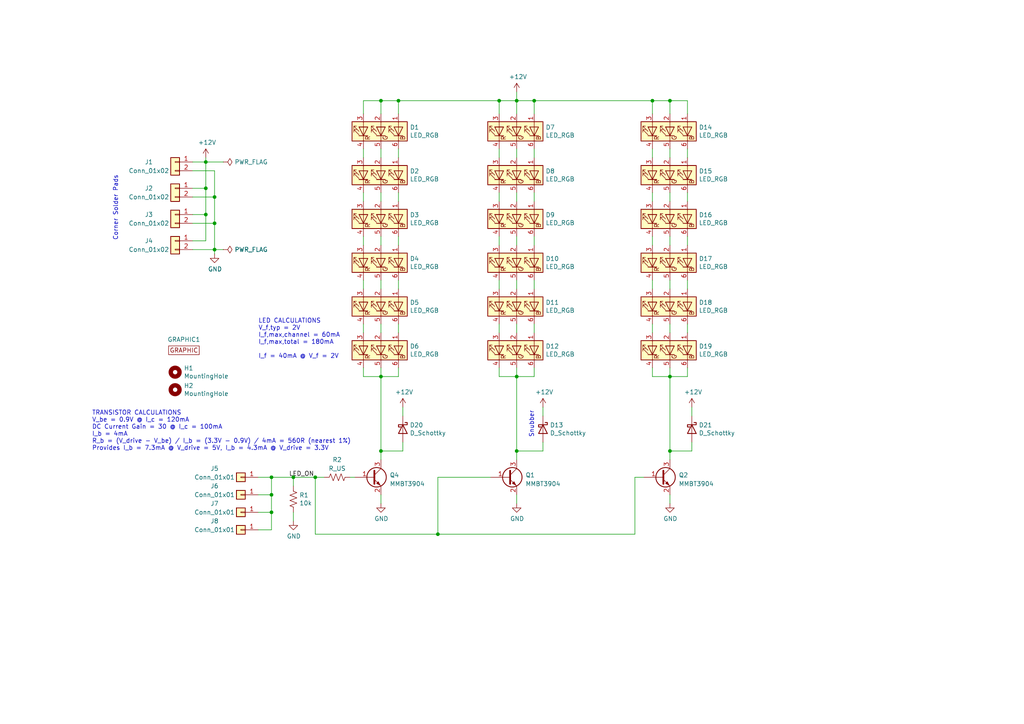
<source format=kicad_sch>
(kicad_sch (version 20230121) (generator eeschema)

  (uuid c06cf705-1205-4590-9b7d-c196d5d498da)

  (paper "A4")

  (lib_symbols
    (symbol "Connector_Generic:Conn_01x01" (pin_names (offset 1.016) hide) (in_bom yes) (on_board yes)
      (property "Reference" "J" (at 0 2.54 0)
        (effects (font (size 1.27 1.27)))
      )
      (property "Value" "Conn_01x01" (at 0 -2.54 0)
        (effects (font (size 1.27 1.27)))
      )
      (property "Footprint" "" (at 0 0 0)
        (effects (font (size 1.27 1.27)) hide)
      )
      (property "Datasheet" "~" (at 0 0 0)
        (effects (font (size 1.27 1.27)) hide)
      )
      (property "ki_keywords" "connector" (at 0 0 0)
        (effects (font (size 1.27 1.27)) hide)
      )
      (property "ki_description" "Generic connector, single row, 01x01, script generated (kicad-library-utils/schlib/autogen/connector/)" (at 0 0 0)
        (effects (font (size 1.27 1.27)) hide)
      )
      (property "ki_fp_filters" "Connector*:*_1x??_*" (at 0 0 0)
        (effects (font (size 1.27 1.27)) hide)
      )
      (symbol "Conn_01x01_1_1"
        (rectangle (start -1.27 0.127) (end 0 -0.127)
          (stroke (width 0.1524) (type default))
          (fill (type none))
        )
        (rectangle (start -1.27 1.27) (end 1.27 -1.27)
          (stroke (width 0.254) (type default))
          (fill (type background))
        )
        (pin passive line (at -5.08 0 0) (length 3.81)
          (name "Pin_1" (effects (font (size 1.27 1.27))))
          (number "1" (effects (font (size 1.27 1.27))))
        )
      )
    )
    (symbol "Connector_Generic:Conn_01x02" (pin_names (offset 1.016) hide) (in_bom yes) (on_board yes)
      (property "Reference" "J" (at 0 2.54 0)
        (effects (font (size 1.27 1.27)))
      )
      (property "Value" "Conn_01x02" (at 0 -5.08 0)
        (effects (font (size 1.27 1.27)))
      )
      (property "Footprint" "" (at 0 0 0)
        (effects (font (size 1.27 1.27)) hide)
      )
      (property "Datasheet" "~" (at 0 0 0)
        (effects (font (size 1.27 1.27)) hide)
      )
      (property "ki_keywords" "connector" (at 0 0 0)
        (effects (font (size 1.27 1.27)) hide)
      )
      (property "ki_description" "Generic connector, single row, 01x02, script generated (kicad-library-utils/schlib/autogen/connector/)" (at 0 0 0)
        (effects (font (size 1.27 1.27)) hide)
      )
      (property "ki_fp_filters" "Connector*:*_1x??_*" (at 0 0 0)
        (effects (font (size 1.27 1.27)) hide)
      )
      (symbol "Conn_01x02_1_1"
        (rectangle (start -1.27 -2.413) (end 0 -2.667)
          (stroke (width 0.1524) (type default))
          (fill (type none))
        )
        (rectangle (start -1.27 0.127) (end 0 -0.127)
          (stroke (width 0.1524) (type default))
          (fill (type none))
        )
        (rectangle (start -1.27 1.27) (end 1.27 -3.81)
          (stroke (width 0.254) (type default))
          (fill (type background))
        )
        (pin passive line (at -5.08 0 0) (length 3.81)
          (name "Pin_1" (effects (font (size 1.27 1.27))))
          (number "1" (effects (font (size 1.27 1.27))))
        )
        (pin passive line (at -5.08 -2.54 0) (length 3.81)
          (name "Pin_2" (effects (font (size 1.27 1.27))))
          (number "2" (effects (font (size 1.27 1.27))))
        )
      )
    )
    (symbol "Device:D_Schottky" (pin_numbers hide) (pin_names (offset 1.016) hide) (in_bom yes) (on_board yes)
      (property "Reference" "D" (at 0 2.54 0)
        (effects (font (size 1.27 1.27)))
      )
      (property "Value" "D_Schottky" (at 0 -2.54 0)
        (effects (font (size 1.27 1.27)))
      )
      (property "Footprint" "" (at 0 0 0)
        (effects (font (size 1.27 1.27)) hide)
      )
      (property "Datasheet" "~" (at 0 0 0)
        (effects (font (size 1.27 1.27)) hide)
      )
      (property "ki_keywords" "diode Schottky" (at 0 0 0)
        (effects (font (size 1.27 1.27)) hide)
      )
      (property "ki_description" "Schottky diode" (at 0 0 0)
        (effects (font (size 1.27 1.27)) hide)
      )
      (property "ki_fp_filters" "TO-???* *_Diode_* *SingleDiode* D_*" (at 0 0 0)
        (effects (font (size 1.27 1.27)) hide)
      )
      (symbol "D_Schottky_0_1"
        (polyline
          (pts
            (xy 1.27 0)
            (xy -1.27 0)
          )
          (stroke (width 0) (type default))
          (fill (type none))
        )
        (polyline
          (pts
            (xy 1.27 1.27)
            (xy 1.27 -1.27)
            (xy -1.27 0)
            (xy 1.27 1.27)
          )
          (stroke (width 0.254) (type default))
          (fill (type none))
        )
        (polyline
          (pts
            (xy -1.905 0.635)
            (xy -1.905 1.27)
            (xy -1.27 1.27)
            (xy -1.27 -1.27)
            (xy -0.635 -1.27)
            (xy -0.635 -0.635)
          )
          (stroke (width 0.254) (type default))
          (fill (type none))
        )
      )
      (symbol "D_Schottky_1_1"
        (pin passive line (at -3.81 0 0) (length 2.54)
          (name "K" (effects (font (size 1.27 1.27))))
          (number "1" (effects (font (size 1.27 1.27))))
        )
        (pin passive line (at 3.81 0 180) (length 2.54)
          (name "A" (effects (font (size 1.27 1.27))))
          (number "2" (effects (font (size 1.27 1.27))))
        )
      )
    )
    (symbol "Device:R_US" (pin_numbers hide) (pin_names (offset 0)) (in_bom yes) (on_board yes)
      (property "Reference" "R" (at 2.54 0 90)
        (effects (font (size 1.27 1.27)))
      )
      (property "Value" "R_US" (at -2.54 0 90)
        (effects (font (size 1.27 1.27)))
      )
      (property "Footprint" "" (at 1.016 -0.254 90)
        (effects (font (size 1.27 1.27)) hide)
      )
      (property "Datasheet" "~" (at 0 0 0)
        (effects (font (size 1.27 1.27)) hide)
      )
      (property "ki_keywords" "R res resistor" (at 0 0 0)
        (effects (font (size 1.27 1.27)) hide)
      )
      (property "ki_description" "Resistor, US symbol" (at 0 0 0)
        (effects (font (size 1.27 1.27)) hide)
      )
      (property "ki_fp_filters" "R_*" (at 0 0 0)
        (effects (font (size 1.27 1.27)) hide)
      )
      (symbol "R_US_0_1"
        (polyline
          (pts
            (xy 0 -2.286)
            (xy 0 -2.54)
          )
          (stroke (width 0) (type default))
          (fill (type none))
        )
        (polyline
          (pts
            (xy 0 2.286)
            (xy 0 2.54)
          )
          (stroke (width 0) (type default))
          (fill (type none))
        )
        (polyline
          (pts
            (xy 0 -0.762)
            (xy 1.016 -1.143)
            (xy 0 -1.524)
            (xy -1.016 -1.905)
            (xy 0 -2.286)
          )
          (stroke (width 0) (type default))
          (fill (type none))
        )
        (polyline
          (pts
            (xy 0 0.762)
            (xy 1.016 0.381)
            (xy 0 0)
            (xy -1.016 -0.381)
            (xy 0 -0.762)
          )
          (stroke (width 0) (type default))
          (fill (type none))
        )
        (polyline
          (pts
            (xy 0 2.286)
            (xy 1.016 1.905)
            (xy 0 1.524)
            (xy -1.016 1.143)
            (xy 0 0.762)
          )
          (stroke (width 0) (type default))
          (fill (type none))
        )
      )
      (symbol "R_US_1_1"
        (pin passive line (at 0 3.81 270) (length 1.27)
          (name "~" (effects (font (size 1.27 1.27))))
          (number "1" (effects (font (size 1.27 1.27))))
        )
        (pin passive line (at 0 -3.81 90) (length 1.27)
          (name "~" (effects (font (size 1.27 1.27))))
          (number "2" (effects (font (size 1.27 1.27))))
        )
      )
    )
    (symbol "Mechanical:MountingHole" (pin_names (offset 1.016)) (in_bom yes) (on_board yes)
      (property "Reference" "H" (at 0 5.08 0)
        (effects (font (size 1.27 1.27)))
      )
      (property "Value" "MountingHole" (at 0 3.175 0)
        (effects (font (size 1.27 1.27)))
      )
      (property "Footprint" "" (at 0 0 0)
        (effects (font (size 1.27 1.27)) hide)
      )
      (property "Datasheet" "~" (at 0 0 0)
        (effects (font (size 1.27 1.27)) hide)
      )
      (property "ki_keywords" "mounting hole" (at 0 0 0)
        (effects (font (size 1.27 1.27)) hide)
      )
      (property "ki_description" "Mounting Hole without connection" (at 0 0 0)
        (effects (font (size 1.27 1.27)) hide)
      )
      (property "ki_fp_filters" "MountingHole*" (at 0 0 0)
        (effects (font (size 1.27 1.27)) hide)
      )
      (symbol "MountingHole_0_1"
        (circle (center 0 0) (radius 1.27)
          (stroke (width 1.27) (type default))
          (fill (type none))
        )
      )
    )
    (symbol "Transistor_BJT:MMBT3904" (pin_names (offset 0) hide) (in_bom yes) (on_board yes)
      (property "Reference" "Q" (at 5.08 1.905 0)
        (effects (font (size 1.27 1.27)) (justify left))
      )
      (property "Value" "MMBT3904" (at 5.08 0 0)
        (effects (font (size 1.27 1.27)) (justify left))
      )
      (property "Footprint" "Package_TO_SOT_SMD:SOT-23" (at 5.08 -1.905 0)
        (effects (font (size 1.27 1.27) italic) (justify left) hide)
      )
      (property "Datasheet" "https://www.onsemi.com/pub/Collateral/2N3903-D.PDF" (at 0 0 0)
        (effects (font (size 1.27 1.27)) (justify left) hide)
      )
      (property "ki_keywords" "NPN Transistor" (at 0 0 0)
        (effects (font (size 1.27 1.27)) hide)
      )
      (property "ki_description" "0.2A Ic, 40V Vce, Small Signal NPN Transistor, SOT-23" (at 0 0 0)
        (effects (font (size 1.27 1.27)) hide)
      )
      (property "ki_fp_filters" "SOT?23*" (at 0 0 0)
        (effects (font (size 1.27 1.27)) hide)
      )
      (symbol "MMBT3904_0_1"
        (polyline
          (pts
            (xy 0.635 0.635)
            (xy 2.54 2.54)
          )
          (stroke (width 0) (type default))
          (fill (type none))
        )
        (polyline
          (pts
            (xy 0.635 -0.635)
            (xy 2.54 -2.54)
            (xy 2.54 -2.54)
          )
          (stroke (width 0) (type default))
          (fill (type none))
        )
        (polyline
          (pts
            (xy 0.635 1.905)
            (xy 0.635 -1.905)
            (xy 0.635 -1.905)
          )
          (stroke (width 0.508) (type default))
          (fill (type none))
        )
        (polyline
          (pts
            (xy 1.27 -1.778)
            (xy 1.778 -1.27)
            (xy 2.286 -2.286)
            (xy 1.27 -1.778)
            (xy 1.27 -1.778)
          )
          (stroke (width 0) (type default))
          (fill (type outline))
        )
        (circle (center 1.27 0) (radius 2.8194)
          (stroke (width 0.254) (type default))
          (fill (type none))
        )
      )
      (symbol "MMBT3904_1_1"
        (pin input line (at -5.08 0 0) (length 5.715)
          (name "B" (effects (font (size 1.27 1.27))))
          (number "1" (effects (font (size 1.27 1.27))))
        )
        (pin passive line (at 2.54 -5.08 90) (length 2.54)
          (name "E" (effects (font (size 1.27 1.27))))
          (number "2" (effects (font (size 1.27 1.27))))
        )
        (pin passive line (at 2.54 5.08 270) (length 2.54)
          (name "C" (effects (font (size 1.27 1.27))))
          (number "3" (effects (font (size 1.27 1.27))))
        )
      )
    )
    (symbol "lib_sch:Graphic" (pin_numbers hide) (pin_names (offset 0) hide) (in_bom yes) (on_board yes)
      (property "Reference" "GRAPHIC" (at 0 2.54 0)
        (effects (font (size 1.27 1.27)))
      )
      (property "Value" "Graphic" (at 0 -2.54 0)
        (effects (font (size 1.27 1.27)) hide)
      )
      (property "Footprint" "" (at -0.635 -3.81 0)
        (effects (font (size 1.27 1.27)) hide)
      )
      (property "Datasheet" "" (at -0.635 -3.81 0)
        (effects (font (size 1.27 1.27)) hide)
      )
      (symbol "Graphic_0_0"
        (rectangle (start -4.445 1.27) (end 4.445 -1.27)
          (stroke (width 0) (type solid))
          (fill (type none))
        )
        (text "GRAPHIC" (at 0 0 0)
          (effects (font (size 1.27 1.27)))
        )
      )
    )
    (symbol "lib_sch:LED_RGB_Mirrored" (pin_names (offset 0) hide) (in_bom yes) (on_board yes)
      (property "Reference" "D" (at 0 9.398 0)
        (effects (font (size 1.27 1.27)))
      )
      (property "Value" "LED_RGB_Mirrored" (at 0 -8.89 0)
        (effects (font (size 1.27 1.27)))
      )
      (property "Footprint" "" (at 0 -1.27 0)
        (effects (font (size 1.27 1.27)) hide)
      )
      (property "Datasheet" "~" (at 0 -1.27 0)
        (effects (font (size 1.27 1.27)) hide)
      )
      (property "ki_keywords" "LED RGB diode" (at 0 0 0)
        (effects (font (size 1.27 1.27)) hide)
      )
      (property "ki_description" "RGB LED, 6 pin package" (at 0 0 0)
        (effects (font (size 1.27 1.27)) hide)
      )
      (property "ki_fp_filters" "LED* LED_SMD:* LED_THT:*" (at 0 0 0)
        (effects (font (size 1.27 1.27)) hide)
      )
      (symbol "LED_RGB_Mirrored_0_0"
        (text "B" (at -1.905 -6.35 0)
          (effects (font (size 1.27 1.27)))
        )
        (text "G" (at -1.905 -1.27 0)
          (effects (font (size 1.27 1.27)))
        )
        (text "R" (at -1.905 3.81 0)
          (effects (font (size 1.27 1.27)))
        )
      )
      (symbol "LED_RGB_Mirrored_0_1"
        (polyline
          (pts
            (xy -1.27 -5.08)
            (xy -2.54 -5.08)
          )
          (stroke (width 0) (type solid))
          (fill (type none))
        )
        (polyline
          (pts
            (xy -1.27 -5.08)
            (xy 1.27 -5.08)
          )
          (stroke (width 0) (type solid))
          (fill (type none))
        )
        (polyline
          (pts
            (xy -1.27 -3.81)
            (xy -1.27 -6.35)
          )
          (stroke (width 0) (type solid))
          (fill (type none))
        )
        (polyline
          (pts
            (xy -1.27 -3.81)
            (xy -1.27 -6.35)
          )
          (stroke (width 0.2032) (type solid))
          (fill (type none))
        )
        (polyline
          (pts
            (xy -1.27 0)
            (xy -2.54 0)
          )
          (stroke (width 0) (type solid))
          (fill (type none))
        )
        (polyline
          (pts
            (xy -1.27 1.27)
            (xy -1.27 -1.27)
          )
          (stroke (width 0.2032) (type solid))
          (fill (type none))
        )
        (polyline
          (pts
            (xy -1.27 5.08)
            (xy -2.54 5.08)
          )
          (stroke (width 0) (type solid))
          (fill (type none))
        )
        (polyline
          (pts
            (xy -1.27 5.08)
            (xy 1.27 5.08)
          )
          (stroke (width 0) (type solid))
          (fill (type none))
        )
        (polyline
          (pts
            (xy -1.27 6.35)
            (xy -1.27 3.81)
          )
          (stroke (width 0.2032) (type solid))
          (fill (type none))
        )
        (polyline
          (pts
            (xy 1.27 -5.08)
            (xy 2.54 -5.08)
          )
          (stroke (width 0) (type solid))
          (fill (type none))
        )
        (polyline
          (pts
            (xy 1.27 0)
            (xy -1.27 0)
          )
          (stroke (width 0) (type solid))
          (fill (type none))
        )
        (polyline
          (pts
            (xy 1.27 0)
            (xy 2.54 0)
          )
          (stroke (width 0) (type solid))
          (fill (type none))
        )
        (polyline
          (pts
            (xy 1.27 5.08)
            (xy 2.54 5.08)
          )
          (stroke (width 0) (type solid))
          (fill (type none))
        )
        (polyline
          (pts
            (xy -1.27 1.27)
            (xy -1.27 -1.27)
            (xy -1.27 -1.27)
          )
          (stroke (width 0) (type solid))
          (fill (type none))
        )
        (polyline
          (pts
            (xy -1.27 6.35)
            (xy -1.27 3.81)
            (xy -1.27 3.81)
          )
          (stroke (width 0) (type solid))
          (fill (type none))
        )
        (polyline
          (pts
            (xy 1.27 -3.81)
            (xy 1.27 -6.35)
            (xy -1.27 -5.08)
            (xy 1.27 -3.81)
          )
          (stroke (width 0.2032) (type solid))
          (fill (type none))
        )
        (polyline
          (pts
            (xy 1.27 1.27)
            (xy 1.27 -1.27)
            (xy -1.27 0)
            (xy 1.27 1.27)
          )
          (stroke (width 0.2032) (type solid))
          (fill (type none))
        )
        (polyline
          (pts
            (xy 1.27 6.35)
            (xy 1.27 3.81)
            (xy -1.27 5.08)
            (xy 1.27 6.35)
          )
          (stroke (width 0.2032) (type solid))
          (fill (type none))
        )
        (polyline
          (pts
            (xy -1.016 -3.81)
            (xy 0.508 -2.286)
            (xy -0.254 -2.286)
            (xy 0.508 -2.286)
            (xy 0.508 -3.048)
          )
          (stroke (width 0) (type solid))
          (fill (type none))
        )
        (polyline
          (pts
            (xy -1.016 1.27)
            (xy 0.508 2.794)
            (xy -0.254 2.794)
            (xy 0.508 2.794)
            (xy 0.508 2.032)
          )
          (stroke (width 0) (type solid))
          (fill (type none))
        )
        (polyline
          (pts
            (xy -1.016 6.35)
            (xy 0.508 7.874)
            (xy -0.254 7.874)
            (xy 0.508 7.874)
            (xy 0.508 7.112)
          )
          (stroke (width 0) (type solid))
          (fill (type none))
        )
        (polyline
          (pts
            (xy 0 -3.81)
            (xy 1.524 -2.286)
            (xy 0.762 -2.286)
            (xy 1.524 -2.286)
            (xy 1.524 -3.048)
          )
          (stroke (width 0) (type solid))
          (fill (type none))
        )
        (polyline
          (pts
            (xy 0 1.27)
            (xy 1.524 2.794)
            (xy 0.762 2.794)
            (xy 1.524 2.794)
            (xy 1.524 2.032)
          )
          (stroke (width 0) (type solid))
          (fill (type none))
        )
        (polyline
          (pts
            (xy 0 6.35)
            (xy 1.524 7.874)
            (xy 0.762 7.874)
            (xy 1.524 7.874)
            (xy 1.524 7.112)
          )
          (stroke (width 0) (type solid))
          (fill (type none))
        )
        (rectangle (start 1.27 -1.27) (end 1.27 1.27)
          (stroke (width 0) (type solid))
          (fill (type none))
        )
        (rectangle (start 1.27 1.27) (end 1.27 1.27)
          (stroke (width 0) (type solid))
          (fill (type none))
        )
        (rectangle (start 1.27 3.81) (end 1.27 6.35)
          (stroke (width 0) (type solid))
          (fill (type none))
        )
        (rectangle (start 1.27 6.35) (end 1.27 6.35)
          (stroke (width 0) (type solid))
          (fill (type none))
        )
        (rectangle (start 2.794 8.382) (end -2.794 -7.62)
          (stroke (width 0.254) (type solid))
          (fill (type background))
        )
      )
      (symbol "LED_RGB_Mirrored_1_1"
        (pin passive line (at 5.08 -5.08 180) (length 2.54)
          (name "BA" (effects (font (size 1.27 1.27))))
          (number "1" (effects (font (size 1.27 1.27))))
        )
        (pin passive line (at 5.08 0 180) (length 2.54)
          (name "GA" (effects (font (size 1.27 1.27))))
          (number "2" (effects (font (size 1.27 1.27))))
        )
        (pin passive line (at 5.08 5.08 180) (length 2.54)
          (name "RA" (effects (font (size 1.27 1.27))))
          (number "3" (effects (font (size 1.27 1.27))))
        )
        (pin passive line (at -5.08 5.08 0) (length 2.54)
          (name "RK" (effects (font (size 1.27 1.27))))
          (number "4" (effects (font (size 1.27 1.27))))
        )
        (pin passive line (at -5.08 0 0) (length 2.54)
          (name "GK" (effects (font (size 1.27 1.27))))
          (number "5" (effects (font (size 1.27 1.27))))
        )
        (pin passive line (at -5.08 -5.08 0) (length 2.54)
          (name "BK" (effects (font (size 1.27 1.27))))
          (number "6" (effects (font (size 1.27 1.27))))
        )
      )
    )
    (symbol "power:+12V" (power) (pin_names (offset 0)) (in_bom yes) (on_board yes)
      (property "Reference" "#PWR" (at 0 -3.81 0)
        (effects (font (size 1.27 1.27)) hide)
      )
      (property "Value" "+12V" (at 0 3.556 0)
        (effects (font (size 1.27 1.27)))
      )
      (property "Footprint" "" (at 0 0 0)
        (effects (font (size 1.27 1.27)) hide)
      )
      (property "Datasheet" "" (at 0 0 0)
        (effects (font (size 1.27 1.27)) hide)
      )
      (property "ki_keywords" "global power" (at 0 0 0)
        (effects (font (size 1.27 1.27)) hide)
      )
      (property "ki_description" "Power symbol creates a global label with name \"+12V\"" (at 0 0 0)
        (effects (font (size 1.27 1.27)) hide)
      )
      (symbol "+12V_0_1"
        (polyline
          (pts
            (xy -0.762 1.27)
            (xy 0 2.54)
          )
          (stroke (width 0) (type default))
          (fill (type none))
        )
        (polyline
          (pts
            (xy 0 0)
            (xy 0 2.54)
          )
          (stroke (width 0) (type default))
          (fill (type none))
        )
        (polyline
          (pts
            (xy 0 2.54)
            (xy 0.762 1.27)
          )
          (stroke (width 0) (type default))
          (fill (type none))
        )
      )
      (symbol "+12V_1_1"
        (pin power_in line (at 0 0 90) (length 0) hide
          (name "+12V" (effects (font (size 1.27 1.27))))
          (number "1" (effects (font (size 1.27 1.27))))
        )
      )
    )
    (symbol "power:GND" (power) (pin_names (offset 0)) (in_bom yes) (on_board yes)
      (property "Reference" "#PWR" (at 0 -6.35 0)
        (effects (font (size 1.27 1.27)) hide)
      )
      (property "Value" "GND" (at 0 -3.81 0)
        (effects (font (size 1.27 1.27)))
      )
      (property "Footprint" "" (at 0 0 0)
        (effects (font (size 1.27 1.27)) hide)
      )
      (property "Datasheet" "" (at 0 0 0)
        (effects (font (size 1.27 1.27)) hide)
      )
      (property "ki_keywords" "global power" (at 0 0 0)
        (effects (font (size 1.27 1.27)) hide)
      )
      (property "ki_description" "Power symbol creates a global label with name \"GND\" , ground" (at 0 0 0)
        (effects (font (size 1.27 1.27)) hide)
      )
      (symbol "GND_0_1"
        (polyline
          (pts
            (xy 0 0)
            (xy 0 -1.27)
            (xy 1.27 -1.27)
            (xy 0 -2.54)
            (xy -1.27 -1.27)
            (xy 0 -1.27)
          )
          (stroke (width 0) (type default))
          (fill (type none))
        )
      )
      (symbol "GND_1_1"
        (pin power_in line (at 0 0 270) (length 0) hide
          (name "GND" (effects (font (size 1.27 1.27))))
          (number "1" (effects (font (size 1.27 1.27))))
        )
      )
    )
    (symbol "power:PWR_FLAG" (power) (pin_numbers hide) (pin_names (offset 0) hide) (in_bom yes) (on_board yes)
      (property "Reference" "#FLG" (at 0 1.905 0)
        (effects (font (size 1.27 1.27)) hide)
      )
      (property "Value" "PWR_FLAG" (at 0 3.81 0)
        (effects (font (size 1.27 1.27)))
      )
      (property "Footprint" "" (at 0 0 0)
        (effects (font (size 1.27 1.27)) hide)
      )
      (property "Datasheet" "~" (at 0 0 0)
        (effects (font (size 1.27 1.27)) hide)
      )
      (property "ki_keywords" "flag power" (at 0 0 0)
        (effects (font (size 1.27 1.27)) hide)
      )
      (property "ki_description" "Special symbol for telling ERC where power comes from" (at 0 0 0)
        (effects (font (size 1.27 1.27)) hide)
      )
      (symbol "PWR_FLAG_0_0"
        (pin power_out line (at 0 0 90) (length 0)
          (name "pwr" (effects (font (size 1.27 1.27))))
          (number "1" (effects (font (size 1.27 1.27))))
        )
      )
      (symbol "PWR_FLAG_0_1"
        (polyline
          (pts
            (xy 0 0)
            (xy 0 1.27)
            (xy -1.016 1.905)
            (xy 0 2.54)
            (xy 1.016 1.905)
            (xy 0 1.27)
          )
          (stroke (width 0) (type default))
          (fill (type none))
        )
      )
    )
  )

  (junction (at 59.69 62.23) (diameter 0) (color 0 0 0 0)
    (uuid 09d7b6bb-40e3-4050-9f44-7c326c35dcca)
  )
  (junction (at 110.49 109.22) (diameter 0) (color 0 0 0 0)
    (uuid 24ad06ac-60ee-49a4-969c-454abbc8f6b7)
  )
  (junction (at 110.49 29.21) (diameter 0) (color 0 0 0 0)
    (uuid 24eb7032-3e4e-453d-8cff-6de33130fb65)
  )
  (junction (at 154.94 29.21) (diameter 0) (color 0 0 0 0)
    (uuid 2a0f8c6f-29ec-48c0-9573-1d3aea59790c)
  )
  (junction (at 115.57 29.21) (diameter 0) (color 0 0 0 0)
    (uuid 2af35a9c-8271-44cf-8f5d-706243e2481b)
  )
  (junction (at 62.23 57.15) (diameter 0) (color 0 0 0 0)
    (uuid 55db402c-df30-4a14-9b26-fdb022b5044b)
  )
  (junction (at 189.23 29.21) (diameter 0) (color 0 0 0 0)
    (uuid 582253aa-06e3-4aab-a9f2-e20053d78df6)
  )
  (junction (at 78.74 148.59) (diameter 0) (color 0 0 0 0)
    (uuid 6592abae-23d7-48c2-a64c-7e30eee6a1e9)
  )
  (junction (at 149.86 130.81) (diameter 0) (color 0 0 0 0)
    (uuid 6997e490-6c08-46d5-b119-be170ed62425)
  )
  (junction (at 127 154.94) (diameter 0) (color 0 0 0 0)
    (uuid 6c50d943-f0db-4982-a933-d5703774155d)
  )
  (junction (at 59.69 46.99) (diameter 0) (color 0 0 0 0)
    (uuid 78e610b2-83c8-45d7-b701-c0efda146050)
  )
  (junction (at 59.69 54.61) (diameter 0) (color 0 0 0 0)
    (uuid 80f7fed4-3bba-42f4-843e-0de3b425b079)
  )
  (junction (at 78.74 138.43) (diameter 0) (color 0 0 0 0)
    (uuid 97a2727f-9d26-4ef8-b11f-7be65eb46179)
  )
  (junction (at 85.09 138.43) (diameter 0) (color 0 0 0 0)
    (uuid 9ef205b6-cbac-4d63-afee-3fc92663f710)
  )
  (junction (at 62.23 64.77) (diameter 0) (color 0 0 0 0)
    (uuid 9ff44d95-82f3-4bee-b1e8-a6653f386304)
  )
  (junction (at 144.78 29.21) (diameter 0) (color 0 0 0 0)
    (uuid abd0f418-2d65-48e4-9e15-6f1ee88cd9f8)
  )
  (junction (at 149.86 29.21) (diameter 0) (color 0 0 0 0)
    (uuid b17d3fa3-3c6f-42b2-a9f2-6d781c11e986)
  )
  (junction (at 78.74 143.51) (diameter 0) (color 0 0 0 0)
    (uuid b38672a0-df7b-4c86-924f-a23557f4bb0f)
  )
  (junction (at 194.31 29.21) (diameter 0) (color 0 0 0 0)
    (uuid be65f853-1664-4130-8b9f-22096c8ee407)
  )
  (junction (at 91.44 138.43) (diameter 0) (color 0 0 0 0)
    (uuid c29d6243-6ab9-4a28-8e1d-885dd1f704be)
  )
  (junction (at 194.31 130.81) (diameter 0) (color 0 0 0 0)
    (uuid c2d5a344-3993-496f-8bf7-13f733aae911)
  )
  (junction (at 149.86 109.22) (diameter 0) (color 0 0 0 0)
    (uuid c76f5326-ee73-425f-8e37-19bd8d8c7ad0)
  )
  (junction (at 62.23 72.39) (diameter 0) (color 0 0 0 0)
    (uuid d076b01c-99ae-4d66-8970-9a7fca34f0cb)
  )
  (junction (at 194.31 109.22) (diameter 0) (color 0 0 0 0)
    (uuid d6abd5f8-9c41-479d-93e8-81e297e3015f)
  )
  (junction (at 110.49 130.81) (diameter 0) (color 0 0 0 0)
    (uuid febfeccb-ccee-48a7-a71c-547d8a8705ae)
  )

  (wire (pts (xy 105.41 109.22) (xy 110.49 109.22))
    (stroke (width 0) (type default))
    (uuid 002d7bd3-5e3a-4d52-8361-7248e71b8a25)
  )
  (wire (pts (xy 78.74 138.43) (xy 78.74 143.51))
    (stroke (width 0) (type default))
    (uuid 02af61d8-84d0-4bab-95ff-416928d30128)
  )
  (wire (pts (xy 110.49 146.05) (xy 110.49 143.51))
    (stroke (width 0) (type default))
    (uuid 034aa565-e2bf-4984-8b60-2e394bf0f722)
  )
  (wire (pts (xy 194.31 81.28) (xy 194.31 83.82))
    (stroke (width 0) (type default))
    (uuid 04e2eacc-8cf0-4025-a59e-4733ae4c2af6)
  )
  (wire (pts (xy 110.49 81.28) (xy 110.49 83.82))
    (stroke (width 0) (type default))
    (uuid 05fc570e-388b-4c0b-b277-13e311b68969)
  )
  (wire (pts (xy 194.31 43.18) (xy 194.31 45.72))
    (stroke (width 0) (type default))
    (uuid 0951ad5b-b778-4015-9360-8109dc84126a)
  )
  (wire (pts (xy 116.84 128.27) (xy 116.84 130.81))
    (stroke (width 0) (type default))
    (uuid 0a46aa2c-c1df-4fef-9f24-b59d7030f584)
  )
  (wire (pts (xy 74.93 138.43) (xy 78.74 138.43))
    (stroke (width 0) (type default))
    (uuid 0ce22904-e0c1-47ac-ab27-2a3d4fdbf48a)
  )
  (wire (pts (xy 194.31 130.81) (xy 200.66 130.81))
    (stroke (width 0) (type default))
    (uuid 148e7bc6-a6a4-43dc-bed8-4537f56ddc01)
  )
  (wire (pts (xy 115.57 33.02) (xy 115.57 29.21))
    (stroke (width 0) (type default))
    (uuid 15e662c7-3531-4db9-9336-f3865815b3c6)
  )
  (wire (pts (xy 199.39 68.58) (xy 199.39 71.12))
    (stroke (width 0) (type default))
    (uuid 176a0589-8489-4a7c-82ee-1b7afe30a4b2)
  )
  (wire (pts (xy 200.66 118.11) (xy 200.66 120.65))
    (stroke (width 0) (type default))
    (uuid 1b8612eb-3962-48fe-91ff-39f6b74c1c5d)
  )
  (wire (pts (xy 157.48 118.11) (xy 157.48 120.65))
    (stroke (width 0) (type default))
    (uuid 216476fa-1cb0-4786-a35c-34b4572107b3)
  )
  (wire (pts (xy 59.69 46.99) (xy 59.69 54.61))
    (stroke (width 0) (type default))
    (uuid 217628f9-9cc8-40e5-bc81-db176633d191)
  )
  (wire (pts (xy 105.41 68.58) (xy 105.41 71.12))
    (stroke (width 0) (type default))
    (uuid 21c721b6-8820-40ad-b2ea-263b36776952)
  )
  (wire (pts (xy 115.57 29.21) (xy 110.49 29.21))
    (stroke (width 0) (type default))
    (uuid 28a3fb6e-d397-4463-b946-7898b87d356f)
  )
  (wire (pts (xy 189.23 109.22) (xy 194.31 109.22))
    (stroke (width 0) (type default))
    (uuid 28fc283e-d891-482c-807e-696a0caa6a17)
  )
  (wire (pts (xy 116.84 120.65) (xy 116.84 118.11))
    (stroke (width 0) (type default))
    (uuid 2e718f76-785d-4dad-b6ee-21efd979c308)
  )
  (wire (pts (xy 144.78 93.98) (xy 144.78 96.52))
    (stroke (width 0) (type default))
    (uuid 2ea4d3a6-54ab-4caf-ada8-a2778ec0a8c0)
  )
  (wire (pts (xy 127 154.94) (xy 184.15 154.94))
    (stroke (width 0) (type default))
    (uuid 2f0fbce2-c25c-452a-a4f8-95744ec8cc9c)
  )
  (wire (pts (xy 157.48 128.27) (xy 157.48 130.81))
    (stroke (width 0) (type default))
    (uuid 37de5047-545a-466c-ba04-dacff4ca8769)
  )
  (wire (pts (xy 62.23 49.53) (xy 62.23 57.15))
    (stroke (width 0) (type default))
    (uuid 3a2b8746-ba7f-4f79-8ac2-3399f74711b0)
  )
  (wire (pts (xy 200.66 130.81) (xy 200.66 128.27))
    (stroke (width 0) (type default))
    (uuid 3cac410d-2e6e-4fcf-be7d-ec921fe3ea22)
  )
  (wire (pts (xy 115.57 106.68) (xy 115.57 109.22))
    (stroke (width 0) (type default))
    (uuid 3e826839-d4fb-429a-8e38-83137ac51986)
  )
  (wire (pts (xy 85.09 140.97) (xy 85.09 138.43))
    (stroke (width 0) (type default))
    (uuid 3f37ba95-3013-4cb2-b463-fb8e47c1dd8e)
  )
  (wire (pts (xy 189.23 106.68) (xy 189.23 109.22))
    (stroke (width 0) (type default))
    (uuid 3f6da13c-457e-4eab-8efa-ba6c15284b61)
  )
  (wire (pts (xy 194.31 55.88) (xy 194.31 58.42))
    (stroke (width 0) (type default))
    (uuid 42cff873-7904-4585-b046-e5b32d28f2f3)
  )
  (wire (pts (xy 105.41 29.21) (xy 105.41 33.02))
    (stroke (width 0) (type default))
    (uuid 44b5a0d8-b5f4-4dc6-9842-4990f355086f)
  )
  (wire (pts (xy 144.78 43.18) (xy 144.78 45.72))
    (stroke (width 0) (type default))
    (uuid 45723e89-ee6a-4a6c-9aac-1cea1b416a44)
  )
  (wire (pts (xy 115.57 81.28) (xy 115.57 83.82))
    (stroke (width 0) (type default))
    (uuid 46a6d101-a0cb-413e-a28f-162b72fc4dd5)
  )
  (wire (pts (xy 55.88 49.53) (xy 62.23 49.53))
    (stroke (width 0) (type default))
    (uuid 49778e9a-dfa5-4ae3-8faa-fb54bb9c43bb)
  )
  (wire (pts (xy 189.23 55.88) (xy 189.23 58.42))
    (stroke (width 0) (type default))
    (uuid 4e7d545b-0184-4a0f-ab6d-d46ee9b5b7b1)
  )
  (wire (pts (xy 55.88 57.15) (xy 62.23 57.15))
    (stroke (width 0) (type default))
    (uuid 52204c69-9d36-443d-964d-cb5a3336878b)
  )
  (wire (pts (xy 189.23 43.18) (xy 189.23 45.72))
    (stroke (width 0) (type default))
    (uuid 5499da28-c371-4667-a649-734891dc16d7)
  )
  (wire (pts (xy 105.41 93.98) (xy 105.41 96.52))
    (stroke (width 0) (type default))
    (uuid 57619975-4c4b-4e2e-af92-7893bdb260d3)
  )
  (wire (pts (xy 149.86 68.58) (xy 149.86 71.12))
    (stroke (width 0) (type default))
    (uuid 58b491bd-d0a3-4a18-8465-b8a3bb67e4f3)
  )
  (wire (pts (xy 59.69 62.23) (xy 55.88 62.23))
    (stroke (width 0) (type default))
    (uuid 5942907c-9abd-4b80-a509-9c0f90e520d0)
  )
  (wire (pts (xy 62.23 64.77) (xy 62.23 72.39))
    (stroke (width 0) (type default))
    (uuid 59f89ea6-fc9d-42a5-91dd-035a07440259)
  )
  (wire (pts (xy 189.23 93.98) (xy 189.23 96.52))
    (stroke (width 0) (type default))
    (uuid 6047116d-8e63-4a55-b442-55128b177c28)
  )
  (wire (pts (xy 149.86 26.67) (xy 149.86 29.21))
    (stroke (width 0) (type default))
    (uuid 612b5061-dbaa-4083-8fb4-0a419e6230dd)
  )
  (wire (pts (xy 59.69 54.61) (xy 59.69 62.23))
    (stroke (width 0) (type default))
    (uuid 613c48bd-faf7-4cf6-ba24-c0cdb1d571eb)
  )
  (wire (pts (xy 110.49 55.88) (xy 110.49 58.42))
    (stroke (width 0) (type default))
    (uuid 64bfae6d-9c97-4046-acbc-6ec3b8038ed5)
  )
  (wire (pts (xy 101.6 138.43) (xy 102.87 138.43))
    (stroke (width 0) (type default))
    (uuid 6753d6b0-6330-4e92-bd89-50f478eeb804)
  )
  (wire (pts (xy 110.49 130.81) (xy 110.49 133.35))
    (stroke (width 0) (type default))
    (uuid 678fb45a-251f-46a2-9a4b-57c5cc8053bb)
  )
  (wire (pts (xy 59.69 46.99) (xy 55.88 46.99))
    (stroke (width 0) (type default))
    (uuid 69b5be21-87b8-488e-8c9d-4cd5f37b69d4)
  )
  (wire (pts (xy 105.41 43.18) (xy 105.41 45.72))
    (stroke (width 0) (type default))
    (uuid 6add5f7b-f7b9-4c63-b7b0-69d1028be0fe)
  )
  (wire (pts (xy 149.86 109.22) (xy 154.94 109.22))
    (stroke (width 0) (type default))
    (uuid 6e3ee442-7d19-429a-b5fc-7badcdb6cbce)
  )
  (wire (pts (xy 189.23 68.58) (xy 189.23 71.12))
    (stroke (width 0) (type default))
    (uuid 6eb369df-9548-4fa5-a0aa-9bb5f25f9b83)
  )
  (wire (pts (xy 157.48 130.81) (xy 149.86 130.81))
    (stroke (width 0) (type default))
    (uuid 702308a4-ea4f-4516-bdff-3c15e3eb0563)
  )
  (wire (pts (xy 199.39 55.88) (xy 199.39 58.42))
    (stroke (width 0) (type default))
    (uuid 70bf14f1-7407-4272-aad5-f153324903d1)
  )
  (wire (pts (xy 149.86 146.05) (xy 149.86 143.51))
    (stroke (width 0) (type default))
    (uuid 71d28896-9023-4448-866f-240fb1161118)
  )
  (wire (pts (xy 194.31 109.22) (xy 194.31 130.81))
    (stroke (width 0) (type default))
    (uuid 73ac03a2-0fa8-4142-9bec-2ee2b5d9e71d)
  )
  (wire (pts (xy 154.94 29.21) (xy 154.94 33.02))
    (stroke (width 0) (type default))
    (uuid 73b2995e-7fee-4d94-9116-c1b54a7a6659)
  )
  (wire (pts (xy 154.94 93.98) (xy 154.94 96.52))
    (stroke (width 0) (type default))
    (uuid 7597e47c-f6ae-4de6-9aa6-791e9cfe4a02)
  )
  (wire (pts (xy 64.77 46.99) (xy 59.69 46.99))
    (stroke (width 0) (type default))
    (uuid 77432b81-f4c0-4c2f-8e94-b3f900756dff)
  )
  (wire (pts (xy 144.78 55.88) (xy 144.78 58.42))
    (stroke (width 0) (type default))
    (uuid 7801abd9-b5f0-446e-b089-c9cbe6cdc051)
  )
  (wire (pts (xy 78.74 148.59) (xy 78.74 153.67))
    (stroke (width 0) (type default))
    (uuid 78ffc9f1-a111-4164-8267-a8fb8ce92be9)
  )
  (wire (pts (xy 115.57 55.88) (xy 115.57 58.42))
    (stroke (width 0) (type default))
    (uuid 792edc76-68a6-4981-a5cd-643ede273252)
  )
  (wire (pts (xy 199.39 109.22) (xy 199.39 106.68))
    (stroke (width 0) (type default))
    (uuid 7c3e4917-68d1-439d-8e19-6a50ed8eda28)
  )
  (wire (pts (xy 184.15 154.94) (xy 184.15 138.43))
    (stroke (width 0) (type default))
    (uuid 7cc794d8-ef1a-4878-92e5-d93c521e11b0)
  )
  (wire (pts (xy 194.31 109.22) (xy 199.39 109.22))
    (stroke (width 0) (type default))
    (uuid 7e30576d-7991-4f9f-9609-8712dfaa5e49)
  )
  (wire (pts (xy 149.86 29.21) (xy 149.86 33.02))
    (stroke (width 0) (type default))
    (uuid 80c93322-da2b-47dd-a7a7-52436480a86b)
  )
  (wire (pts (xy 115.57 43.18) (xy 115.57 45.72))
    (stroke (width 0) (type default))
    (uuid 81cca5bd-cc3f-4a98-a4be-6febb6003644)
  )
  (wire (pts (xy 62.23 57.15) (xy 62.23 64.77))
    (stroke (width 0) (type default))
    (uuid 8402cbfa-f12a-4ed5-b874-96d5dd411d83)
  )
  (wire (pts (xy 144.78 68.58) (xy 144.78 71.12))
    (stroke (width 0) (type default))
    (uuid 84d6be92-0ceb-4a1a-b99c-30b81b7294f0)
  )
  (wire (pts (xy 62.23 72.39) (xy 55.88 72.39))
    (stroke (width 0) (type default))
    (uuid 86f94b79-a018-4e30-ad44-26f7c667ef76)
  )
  (wire (pts (xy 110.49 106.68) (xy 110.49 109.22))
    (stroke (width 0) (type default))
    (uuid 8d1d9b84-2248-415d-b95c-15e0fcd9450e)
  )
  (wire (pts (xy 142.24 138.43) (xy 127 138.43))
    (stroke (width 0) (type default))
    (uuid 8d6a2cee-edb1-4f85-9196-bd74e643fc3a)
  )
  (wire (pts (xy 110.49 43.18) (xy 110.49 45.72))
    (stroke (width 0) (type default))
    (uuid 8e44d1b2-64de-473a-a3f2-893252a7bf70)
  )
  (wire (pts (xy 110.49 68.58) (xy 110.49 71.12))
    (stroke (width 0) (type default))
    (uuid 8e9dde50-0503-4129-a3fb-be6dcddd61f3)
  )
  (wire (pts (xy 184.15 138.43) (xy 186.69 138.43))
    (stroke (width 0) (type default))
    (uuid 902fecca-99cf-4b10-aa2f-f6bf4a16c556)
  )
  (wire (pts (xy 62.23 73.66) (xy 62.23 72.39))
    (stroke (width 0) (type default))
    (uuid 910ef85b-fd85-435d-ac08-193600905751)
  )
  (wire (pts (xy 74.93 143.51) (xy 78.74 143.51))
    (stroke (width 0) (type default))
    (uuid 9122d996-4744-4959-a89a-5b8a664c24ec)
  )
  (wire (pts (xy 59.69 45.72) (xy 59.69 46.99))
    (stroke (width 0) (type default))
    (uuid 92dce945-d01e-437a-a442-052f5689c0ac)
  )
  (wire (pts (xy 189.23 81.28) (xy 189.23 83.82))
    (stroke (width 0) (type default))
    (uuid 9306b15a-3763-479d-b90f-d1198630f04f)
  )
  (wire (pts (xy 154.94 68.58) (xy 154.94 71.12))
    (stroke (width 0) (type default))
    (uuid 94214f84-34af-4b21-b4f2-aba50100f5a7)
  )
  (wire (pts (xy 110.49 29.21) (xy 105.41 29.21))
    (stroke (width 0) (type default))
    (uuid 97f9ac37-7d92-4cea-a143-ea6ee35cca3f)
  )
  (wire (pts (xy 194.31 29.21) (xy 194.31 33.02))
    (stroke (width 0) (type default))
    (uuid 9a982341-ad1a-48e6-bfee-f5ccc5da4f18)
  )
  (wire (pts (xy 194.31 146.05) (xy 194.31 143.51))
    (stroke (width 0) (type default))
    (uuid 9b0ba912-483c-4738-a8d5-43eb458023b9)
  )
  (wire (pts (xy 78.74 143.51) (xy 78.74 148.59))
    (stroke (width 0) (type default))
    (uuid 9b11397f-6fb8-45f3-a7e8-ec1337c55b9b)
  )
  (wire (pts (xy 91.44 138.43) (xy 93.98 138.43))
    (stroke (width 0) (type default))
    (uuid 9e09d17c-ff98-4083-a97b-1732c9842f8f)
  )
  (wire (pts (xy 78.74 138.43) (xy 85.09 138.43))
    (stroke (width 0) (type default))
    (uuid a283ed1d-5c12-484d-8f26-a0ce564794d3)
  )
  (wire (pts (xy 149.86 43.18) (xy 149.86 45.72))
    (stroke (width 0) (type default))
    (uuid a698b02d-7e52-40e2-9cda-33dc1e4a4d24)
  )
  (wire (pts (xy 154.94 43.18) (xy 154.94 45.72))
    (stroke (width 0) (type default))
    (uuid a764f1db-2d59-4f12-a735-8d94a0d53c5f)
  )
  (wire (pts (xy 144.78 81.28) (xy 144.78 83.82))
    (stroke (width 0) (type default))
    (uuid a7a7020d-c4ff-4b37-b539-9b61f7d14442)
  )
  (wire (pts (xy 144.78 29.21) (xy 149.86 29.21))
    (stroke (width 0) (type default))
    (uuid aa0c0475-fe89-48c8-b24c-751bd6d817e5)
  )
  (wire (pts (xy 115.57 29.21) (xy 144.78 29.21))
    (stroke (width 0) (type default))
    (uuid ab8a739a-2a89-4648-9e34-22da6242de0d)
  )
  (wire (pts (xy 194.31 130.81) (xy 194.31 133.35))
    (stroke (width 0) (type default))
    (uuid ada54381-89fb-4b3b-a24b-d46031523f43)
  )
  (wire (pts (xy 59.69 62.23) (xy 59.69 69.85))
    (stroke (width 0) (type default))
    (uuid b0c90e62-3e15-4964-9113-1eb7915c0372)
  )
  (wire (pts (xy 74.93 148.59) (xy 78.74 148.59))
    (stroke (width 0) (type default))
    (uuid b4529d26-c88d-40a7-9604-2a74034e5c2c)
  )
  (wire (pts (xy 105.41 81.28) (xy 105.41 83.82))
    (stroke (width 0) (type default))
    (uuid b4a4eabe-84e0-4883-90a2-dc728da68201)
  )
  (wire (pts (xy 85.09 151.13) (xy 85.09 148.59))
    (stroke (width 0) (type default))
    (uuid b897949f-fde4-4a31-84bd-5caee18fbb73)
  )
  (wire (pts (xy 149.86 109.22) (xy 149.86 130.81))
    (stroke (width 0) (type default))
    (uuid ba336903-25e5-4bd3-ba58-d728e3994b51)
  )
  (wire (pts (xy 144.78 106.68) (xy 144.78 109.22))
    (stroke (width 0) (type default))
    (uuid bbf50ec8-3508-46e6-9f33-bcd100db059a)
  )
  (wire (pts (xy 199.39 29.21) (xy 199.39 33.02))
    (stroke (width 0) (type default))
    (uuid bd8dfd39-c1ec-45ef-8802-e1ce57b8c6fe)
  )
  (wire (pts (xy 149.86 93.98) (xy 149.86 96.52))
    (stroke (width 0) (type default))
    (uuid bf762701-0094-4927-84e8-9f31b6aa42e2)
  )
  (wire (pts (xy 194.31 93.98) (xy 194.31 96.52))
    (stroke (width 0) (type default))
    (uuid c0311fc0-4eba-49d2-bdfc-ae6d9b7529aa)
  )
  (wire (pts (xy 144.78 109.22) (xy 149.86 109.22))
    (stroke (width 0) (type default))
    (uuid c1b264dc-f7f3-4f66-9330-c09a95e0f9cd)
  )
  (wire (pts (xy 149.86 130.81) (xy 149.86 133.35))
    (stroke (width 0) (type default))
    (uuid c1d25200-5d3c-4774-b957-533e66e7d82e)
  )
  (wire (pts (xy 154.94 29.21) (xy 149.86 29.21))
    (stroke (width 0) (type default))
    (uuid c26de759-207d-4efc-a4ef-dc9a0cdb1dbb)
  )
  (wire (pts (xy 110.49 109.22) (xy 115.57 109.22))
    (stroke (width 0) (type default))
    (uuid c51c372d-6cf0-417f-8f1a-0bb602b8b61c)
  )
  (wire (pts (xy 189.23 29.21) (xy 189.23 33.02))
    (stroke (width 0) (type default))
    (uuid c5712977-c36f-4061-8636-d607a9f73db2)
  )
  (wire (pts (xy 149.86 106.68) (xy 149.86 109.22))
    (stroke (width 0) (type default))
    (uuid c65410fc-8d4f-4361-8be2-f8467ff88aaf)
  )
  (wire (pts (xy 64.77 72.39) (xy 62.23 72.39))
    (stroke (width 0) (type default))
    (uuid c804dff7-5396-42d6-8e3f-7e4fa47e37bd)
  )
  (wire (pts (xy 91.44 138.43) (xy 91.44 154.94))
    (stroke (width 0) (type default))
    (uuid c89f417a-8a3e-4eb1-86a0-000ddaae8f99)
  )
  (wire (pts (xy 154.94 106.68) (xy 154.94 109.22))
    (stroke (width 0) (type default))
    (uuid c9142428-a12a-4ad5-ab70-f525e74ebd71)
  )
  (wire (pts (xy 91.44 154.94) (xy 127 154.94))
    (stroke (width 0) (type default))
    (uuid c98ce99e-9b59-4b91-a661-01b60e2bf3f8)
  )
  (wire (pts (xy 110.49 93.98) (xy 110.49 96.52))
    (stroke (width 0) (type default))
    (uuid cb3dd35b-c547-477d-8c1f-2915c311ea9d)
  )
  (wire (pts (xy 199.39 93.98) (xy 199.39 96.52))
    (stroke (width 0) (type default))
    (uuid cb762ad2-fb3a-40ad-aef2-f7c4bf4bb965)
  )
  (wire (pts (xy 115.57 93.98) (xy 115.57 96.52))
    (stroke (width 0) (type default))
    (uuid cb84f177-4eb4-4037-bff4-b52a26deb0fc)
  )
  (wire (pts (xy 194.31 106.68) (xy 194.31 109.22))
    (stroke (width 0) (type default))
    (uuid cce8622e-c3b0-4e2d-9ec6-50eaab990f45)
  )
  (wire (pts (xy 144.78 29.21) (xy 144.78 33.02))
    (stroke (width 0) (type default))
    (uuid d1095259-cf09-4d4a-86a5-d1b3b3edd8b3)
  )
  (wire (pts (xy 194.31 29.21) (xy 199.39 29.21))
    (stroke (width 0) (type default))
    (uuid d7da6d47-7bf3-4d6c-ab3d-07acd97cc7aa)
  )
  (wire (pts (xy 149.86 55.88) (xy 149.86 58.42))
    (stroke (width 0) (type default))
    (uuid d919f7ee-b365-4654-834b-00ad3e634de7)
  )
  (wire (pts (xy 154.94 55.88) (xy 154.94 58.42))
    (stroke (width 0) (type default))
    (uuid da2ebf6c-a18c-41db-9d52-da5eb32cd520)
  )
  (wire (pts (xy 110.49 29.21) (xy 110.49 33.02))
    (stroke (width 0) (type default))
    (uuid da553e4e-7a19-47d0-923b-c8c718578dfd)
  )
  (wire (pts (xy 115.57 68.58) (xy 115.57 71.12))
    (stroke (width 0) (type default))
    (uuid dcbef179-c880-4ba5-9a3d-6e3b22746573)
  )
  (wire (pts (xy 59.69 69.85) (xy 55.88 69.85))
    (stroke (width 0) (type default))
    (uuid de82d2f0-531e-4f94-a5e9-ff747ae43d0c)
  )
  (wire (pts (xy 189.23 29.21) (xy 194.31 29.21))
    (stroke (width 0) (type default))
    (uuid de8f0f9a-1590-43f5-b654-0db248ebc625)
  )
  (wire (pts (xy 105.41 55.88) (xy 105.41 58.42))
    (stroke (width 0) (type default))
    (uuid e0d3ca71-93c7-43e9-9f95-cb3921b87a74)
  )
  (wire (pts (xy 154.94 81.28) (xy 154.94 83.82))
    (stroke (width 0) (type default))
    (uuid e110649c-9c46-4ede-93c6-eb4318a61f0b)
  )
  (wire (pts (xy 199.39 81.28) (xy 199.39 83.82))
    (stroke (width 0) (type default))
    (uuid e1258ccf-a65e-44d0-9f61-752cf895ee23)
  )
  (wire (pts (xy 105.41 106.68) (xy 105.41 109.22))
    (stroke (width 0) (type default))
    (uuid e2393dd7-3155-40e8-be15-f3219da2b88c)
  )
  (wire (pts (xy 127 138.43) (xy 127 154.94))
    (stroke (width 0) (type default))
    (uuid e421de20-571c-489d-a214-d460f2caa1ef)
  )
  (wire (pts (xy 85.09 138.43) (xy 91.44 138.43))
    (stroke (width 0) (type default))
    (uuid e490103f-9e91-46a5-a798-f82b30c3363c)
  )
  (wire (pts (xy 194.31 68.58) (xy 194.31 71.12))
    (stroke (width 0) (type default))
    (uuid e5d51d9f-d9ba-4bb9-b69f-0677f3737057)
  )
  (wire (pts (xy 116.84 130.81) (xy 110.49 130.81))
    (stroke (width 0) (type default))
    (uuid edccd37b-8810-48d8-8372-85b65b69d9c0)
  )
  (wire (pts (xy 55.88 64.77) (xy 62.23 64.77))
    (stroke (width 0) (type default))
    (uuid f3742004-8669-461d-b225-8d31d464b632)
  )
  (wire (pts (xy 78.74 153.67) (xy 74.93 153.67))
    (stroke (width 0) (type default))
    (uuid f63c46b2-b2b2-4bc7-98cd-bb31dae9bd54)
  )
  (wire (pts (xy 59.69 54.61) (xy 55.88 54.61))
    (stroke (width 0) (type default))
    (uuid f731d1ca-f90e-4547-b27c-c7daeb0220d4)
  )
  (wire (pts (xy 110.49 109.22) (xy 110.49 130.81))
    (stroke (width 0) (type default))
    (uuid f87682cf-1fe2-4036-928a-c9da83192825)
  )
  (wire (pts (xy 199.39 43.18) (xy 199.39 45.72))
    (stroke (width 0) (type default))
    (uuid f885c176-374a-4be8-b421-09eaaf854a23)
  )
  (wire (pts (xy 154.94 29.21) (xy 189.23 29.21))
    (stroke (width 0) (type default))
    (uuid fb94c77f-effc-4113-885c-d9f181617be8)
  )
  (wire (pts (xy 149.86 81.28) (xy 149.86 83.82))
    (stroke (width 0) (type default))
    (uuid ff453ae0-b4a0-4078-bf04-be3291e46611)
  )

  (text "TRANSISTOR CALCULATIONS\nV_be = 0.9V @ I_c = 120mA\nDC Current Gain = 30 @ I_c = 100mA\nI_b = 4mA\nR_b = (V_drive - V_be) / I_b = (3.3V - 0.9V) / 4mA = 560R (nearest 1%)\nProvides I_b = 7.3mA @ V_drive = 5V, I_b = 4.3mA @ V_drive = 3.3V"
    (at 26.67 130.81 0)
    (effects (font (size 1.27 1.27)) (justify left bottom))
    (uuid 6cec8e3c-b952-4541-8441-790ff0b26d10)
  )
  (text "LED CALCULATIONS\nV_f,typ = 2V\nI_f,max,channel = 60mA\nI_f,max,total = 180mA\n\nI_f = 40mA @ V_f = 2V"
    (at 74.93 104.14 0)
    (effects (font (size 1.27 1.27)) (justify left bottom))
    (uuid 95bc2fc7-7fbc-4abe-90ed-ce2d627abe12)
  )
  (text "Snubber" (at 154.94 127 90)
    (effects (font (size 1.27 1.27)) (justify left bottom))
    (uuid 9d3159ce-776c-48fc-9177-3cefbb1535d1)
  )
  (text "Corner Solder Pads" (at 34.29 69.85 90)
    (effects (font (size 1.27 1.27)) (justify left bottom))
    (uuid caea113b-cc6a-46da-a71f-787fa20d5b6b)
  )

  (label "LED_ON" (at 83.82 138.43 0)
    (effects (font (size 1.27 1.27)) (justify left bottom))
    (uuid 10f15285-34b5-4f81-8576-3b16b5c96a16)
  )

  (symbol (lib_id "Connector_Generic:Conn_01x02") (at 50.8 46.99 0) (mirror y) (unit 1)
    (in_bom yes) (on_board yes) (dnp no)
    (uuid 00000000-0000-0000-0000-00005f798931)
    (property "Reference" "J1" (at 43.18 46.99 0)
      (effects (font (size 1.27 1.27)))
    )
    (property "Value" "Conn_01x02" (at 43.18 49.53 0)
      (effects (font (size 1.27 1.27)))
    )
    (property "Footprint" "lib_fp:Pad_01x02_Edge_Pair" (at 50.8 46.99 0)
      (effects (font (size 1.27 1.27)) hide)
    )
    (property "Datasheet" "~" (at 50.8 46.99 0)
      (effects (font (size 1.27 1.27)) hide)
    )
    (pin "1" (uuid 1e428cc1-4c0e-42aa-ac12-9cfeabf6231a))
    (pin "2" (uuid 38837bac-7218-4b49-bf8f-6d1754b7fe87))
    (instances
      (project "bigass_7_segment"
        (path "/c06cf705-1205-4590-9b7d-c196d5d498da"
          (reference "J1") (unit 1)
        )
      )
    )
  )

  (symbol (lib_id "Connector_Generic:Conn_01x02") (at 50.8 54.61 0) (mirror y) (unit 1)
    (in_bom yes) (on_board yes) (dnp no)
    (uuid 00000000-0000-0000-0000-00005f79e63f)
    (property "Reference" "J2" (at 43.18 54.61 0)
      (effects (font (size 1.27 1.27)))
    )
    (property "Value" "Conn_01x02" (at 43.18 57.15 0)
      (effects (font (size 1.27 1.27)))
    )
    (property "Footprint" "lib_fp:Pad_01x02_Edge_Pair" (at 50.8 54.61 0)
      (effects (font (size 1.27 1.27)) hide)
    )
    (property "Datasheet" "~" (at 50.8 54.61 0)
      (effects (font (size 1.27 1.27)) hide)
    )
    (pin "1" (uuid 7456dbeb-eb9a-4eca-bec7-b090c87d2f38))
    (pin "2" (uuid 836e44d3-2f06-45d0-aa72-c9d0afb07f85))
    (instances
      (project "bigass_7_segment"
        (path "/c06cf705-1205-4590-9b7d-c196d5d498da"
          (reference "J2") (unit 1)
        )
      )
    )
  )

  (symbol (lib_id "Connector_Generic:Conn_01x02") (at 50.8 62.23 0) (mirror y) (unit 1)
    (in_bom yes) (on_board yes) (dnp no)
    (uuid 00000000-0000-0000-0000-00005f79e956)
    (property "Reference" "J3" (at 43.18 62.23 0)
      (effects (font (size 1.27 1.27)))
    )
    (property "Value" "Conn_01x02" (at 43.18 64.77 0)
      (effects (font (size 1.27 1.27)))
    )
    (property "Footprint" "lib_fp:Pad_01x02_Edge_Pair" (at 50.8 62.23 0)
      (effects (font (size 1.27 1.27)) hide)
    )
    (property "Datasheet" "~" (at 50.8 62.23 0)
      (effects (font (size 1.27 1.27)) hide)
    )
    (pin "1" (uuid 5427ba84-c97f-4562-a4c0-58719efb74d9))
    (pin "2" (uuid 276da3ce-f112-4d97-908f-ecde312d42c4))
    (instances
      (project "bigass_7_segment"
        (path "/c06cf705-1205-4590-9b7d-c196d5d498da"
          (reference "J3") (unit 1)
        )
      )
    )
  )

  (symbol (lib_id "Connector_Generic:Conn_01x02") (at 50.8 69.85 0) (mirror y) (unit 1)
    (in_bom yes) (on_board yes) (dnp no)
    (uuid 00000000-0000-0000-0000-00005f79ed35)
    (property "Reference" "J4" (at 43.18 69.85 0)
      (effects (font (size 1.27 1.27)))
    )
    (property "Value" "Conn_01x02" (at 43.18 72.39 0)
      (effects (font (size 1.27 1.27)))
    )
    (property "Footprint" "lib_fp:Pad_01x02_Edge_Pair" (at 50.8 69.85 0)
      (effects (font (size 1.27 1.27)) hide)
    )
    (property "Datasheet" "~" (at 50.8 69.85 0)
      (effects (font (size 1.27 1.27)) hide)
    )
    (pin "1" (uuid 1bc10602-6980-44d6-8155-bdf519266dcc))
    (pin "2" (uuid b5bb81a7-ea2d-4d1a-8aab-f640844f000e))
    (instances
      (project "bigass_7_segment"
        (path "/c06cf705-1205-4590-9b7d-c196d5d498da"
          (reference "J4") (unit 1)
        )
      )
    )
  )

  (symbol (lib_id "power:+12V") (at 59.69 45.72 0) (unit 1)
    (in_bom yes) (on_board yes) (dnp no)
    (uuid 00000000-0000-0000-0000-00005f79f59e)
    (property "Reference" "#PWR01" (at 59.69 49.53 0)
      (effects (font (size 1.27 1.27)) hide)
    )
    (property "Value" "+12V" (at 60.071 41.3258 0)
      (effects (font (size 1.27 1.27)))
    )
    (property "Footprint" "" (at 59.69 45.72 0)
      (effects (font (size 1.27 1.27)) hide)
    )
    (property "Datasheet" "" (at 59.69 45.72 0)
      (effects (font (size 1.27 1.27)) hide)
    )
    (pin "1" (uuid ecf4a971-fd6d-44aa-b2e9-a1d7ee656b9e))
    (instances
      (project "bigass_7_segment"
        (path "/c06cf705-1205-4590-9b7d-c196d5d498da"
          (reference "#PWR01") (unit 1)
        )
      )
    )
  )

  (symbol (lib_id "power:GND") (at 62.23 73.66 0) (unit 1)
    (in_bom yes) (on_board yes) (dnp no)
    (uuid 00000000-0000-0000-0000-00005f7a099c)
    (property "Reference" "#PWR02" (at 62.23 80.01 0)
      (effects (font (size 1.27 1.27)) hide)
    )
    (property "Value" "GND" (at 62.357 78.0542 0)
      (effects (font (size 1.27 1.27)))
    )
    (property "Footprint" "" (at 62.23 73.66 0)
      (effects (font (size 1.27 1.27)) hide)
    )
    (property "Datasheet" "" (at 62.23 73.66 0)
      (effects (font (size 1.27 1.27)) hide)
    )
    (pin "1" (uuid 350f0474-8bde-459d-93b3-35c3437981fd))
    (instances
      (project "bigass_7_segment"
        (path "/c06cf705-1205-4590-9b7d-c196d5d498da"
          (reference "#PWR02") (unit 1)
        )
      )
    )
  )

  (symbol (lib_id "power:PWR_FLAG") (at 64.77 46.99 270) (unit 1)
    (in_bom yes) (on_board yes) (dnp no)
    (uuid 00000000-0000-0000-0000-00005f7a454e)
    (property "Reference" "#FLG01" (at 66.675 46.99 0)
      (effects (font (size 1.27 1.27)) hide)
    )
    (property "Value" "PWR_FLAG" (at 68.0212 46.99 90)
      (effects (font (size 1.27 1.27)) (justify left))
    )
    (property "Footprint" "" (at 64.77 46.99 0)
      (effects (font (size 1.27 1.27)) hide)
    )
    (property "Datasheet" "~" (at 64.77 46.99 0)
      (effects (font (size 1.27 1.27)) hide)
    )
    (pin "1" (uuid 25f577fb-3eb5-4661-bc77-9943a074d7d3))
    (instances
      (project "bigass_7_segment"
        (path "/c06cf705-1205-4590-9b7d-c196d5d498da"
          (reference "#FLG01") (unit 1)
        )
      )
    )
  )

  (symbol (lib_id "power:PWR_FLAG") (at 64.77 72.39 270) (unit 1)
    (in_bom yes) (on_board yes) (dnp no)
    (uuid 00000000-0000-0000-0000-00005f7a61ac)
    (property "Reference" "#FLG02" (at 66.675 72.39 0)
      (effects (font (size 1.27 1.27)) hide)
    )
    (property "Value" "PWR_FLAG" (at 68.0212 72.39 90)
      (effects (font (size 1.27 1.27)) (justify left))
    )
    (property "Footprint" "" (at 64.77 72.39 0)
      (effects (font (size 1.27 1.27)) hide)
    )
    (property "Datasheet" "~" (at 64.77 72.39 0)
      (effects (font (size 1.27 1.27)) hide)
    )
    (pin "1" (uuid a46eeb05-f1e1-400b-a993-a53e36c645fe))
    (instances
      (project "bigass_7_segment"
        (path "/c06cf705-1205-4590-9b7d-c196d5d498da"
          (reference "#FLG02") (unit 1)
        )
      )
    )
  )

  (symbol (lib_id "power:+12V") (at 149.86 26.67 0) (unit 1)
    (in_bom yes) (on_board yes) (dnp no)
    (uuid 00000000-0000-0000-0000-00005f7aec9e)
    (property "Reference" "#PWR05" (at 149.86 30.48 0)
      (effects (font (size 1.27 1.27)) hide)
    )
    (property "Value" "+12V" (at 150.241 22.2758 0)
      (effects (font (size 1.27 1.27)))
    )
    (property "Footprint" "" (at 149.86 26.67 0)
      (effects (font (size 1.27 1.27)) hide)
    )
    (property "Datasheet" "" (at 149.86 26.67 0)
      (effects (font (size 1.27 1.27)) hide)
    )
    (pin "1" (uuid dd8184cc-da01-430c-878e-a5f485f4f800))
    (instances
      (project "bigass_7_segment"
        (path "/c06cf705-1205-4590-9b7d-c196d5d498da"
          (reference "#PWR05") (unit 1)
        )
      )
    )
  )

  (symbol (lib_id "Device:R_US") (at 85.09 144.78 0) (unit 1)
    (in_bom yes) (on_board yes) (dnp no)
    (uuid 00000000-0000-0000-0000-00005f840d89)
    (property "Reference" "R1" (at 86.8172 143.6116 0)
      (effects (font (size 1.27 1.27)) (justify left))
    )
    (property "Value" "10k" (at 86.8172 145.923 0)
      (effects (font (size 1.27 1.27)) (justify left))
    )
    (property "Footprint" "Resistor_SMD:R_0603_1608Metric" (at 86.106 145.034 90)
      (effects (font (size 1.27 1.27)) hide)
    )
    (property "Datasheet" "datasheets/1811082123_YAGEO-AF0603JR-0710KL_C144116.pdf" (at 85.09 144.78 0)
      (effects (font (size 1.27 1.27)) hide)
    )
    (property "MPN" "AF0603JR-0710K" (at 85.09 144.78 0)
      (effects (font (size 1.27 1.27)) hide)
    )
    (pin "1" (uuid 5a59d668-6d7a-453a-961c-c03ea9059cac))
    (pin "2" (uuid 5d7945d8-3ae1-456a-b989-56b74bf2077e))
    (instances
      (project "bigass_7_segment"
        (path "/c06cf705-1205-4590-9b7d-c196d5d498da"
          (reference "R1") (unit 1)
        )
      )
    )
  )

  (symbol (lib_id "power:GND") (at 85.09 151.13 0) (unit 1)
    (in_bom yes) (on_board yes) (dnp no)
    (uuid 00000000-0000-0000-0000-00005f8418f5)
    (property "Reference" "#PWR04" (at 85.09 157.48 0)
      (effects (font (size 1.27 1.27)) hide)
    )
    (property "Value" "GND" (at 85.217 155.5242 0)
      (effects (font (size 1.27 1.27)))
    )
    (property "Footprint" "" (at 85.09 151.13 0)
      (effects (font (size 1.27 1.27)) hide)
    )
    (property "Datasheet" "" (at 85.09 151.13 0)
      (effects (font (size 1.27 1.27)) hide)
    )
    (pin "1" (uuid 8a4a49d8-9d4d-49d8-b586-602146e31656))
    (instances
      (project "bigass_7_segment"
        (path "/c06cf705-1205-4590-9b7d-c196d5d498da"
          (reference "#PWR04") (unit 1)
        )
      )
    )
  )

  (symbol (lib_id "power:GND") (at 149.86 146.05 0) (unit 1)
    (in_bom yes) (on_board yes) (dnp no)
    (uuid 00000000-0000-0000-0000-00005f8460c0)
    (property "Reference" "#PWR06" (at 149.86 152.4 0)
      (effects (font (size 1.27 1.27)) hide)
    )
    (property "Value" "GND" (at 149.987 150.4442 0)
      (effects (font (size 1.27 1.27)))
    )
    (property "Footprint" "" (at 149.86 146.05 0)
      (effects (font (size 1.27 1.27)) hide)
    )
    (property "Datasheet" "" (at 149.86 146.05 0)
      (effects (font (size 1.27 1.27)) hide)
    )
    (pin "1" (uuid a8bc408d-833f-476f-86bc-36532bfe1178))
    (instances
      (project "bigass_7_segment"
        (path "/c06cf705-1205-4590-9b7d-c196d5d498da"
          (reference "#PWR06") (unit 1)
        )
      )
    )
  )

  (symbol (lib_id "power:+12V") (at 157.48 118.11 0) (unit 1)
    (in_bom yes) (on_board yes) (dnp no)
    (uuid 00000000-0000-0000-0000-00005f871513)
    (property "Reference" "#PWR07" (at 157.48 121.92 0)
      (effects (font (size 1.27 1.27)) hide)
    )
    (property "Value" "+12V" (at 157.861 113.7158 0)
      (effects (font (size 1.27 1.27)))
    )
    (property "Footprint" "" (at 157.48 118.11 0)
      (effects (font (size 1.27 1.27)) hide)
    )
    (property "Datasheet" "" (at 157.48 118.11 0)
      (effects (font (size 1.27 1.27)) hide)
    )
    (pin "1" (uuid 95d3d336-d263-4a07-b176-420c2407dffb))
    (instances
      (project "bigass_7_segment"
        (path "/c06cf705-1205-4590-9b7d-c196d5d498da"
          (reference "#PWR07") (unit 1)
        )
      )
    )
  )

  (symbol (lib_id "lib_sch:Graphic") (at 53.34 101.6 0) (unit 1)
    (in_bom yes) (on_board yes) (dnp no)
    (uuid 00000000-0000-0000-0000-00005f878c82)
    (property "Reference" "GRAPHIC1" (at 53.34 98.4758 0)
      (effects (font (size 1.27 1.27)))
    )
    (property "Value" "Graphic" (at 53.34 104.14 0)
      (effects (font (size 1.27 1.27)) hide)
    )
    (property "Footprint" "lib_fp:bird_with_pants_small_flipped" (at 52.705 105.41 0)
      (effects (font (size 1.27 1.27)) hide)
    )
    (property "Datasheet" "" (at 52.705 105.41 0)
      (effects (font (size 1.27 1.27)) hide)
    )
    (instances
      (project "bigass_7_segment"
        (path "/c06cf705-1205-4590-9b7d-c196d5d498da"
          (reference "GRAPHIC1") (unit 1)
        )
      )
    )
  )

  (symbol (lib_id "Mechanical:MountingHole") (at 50.8 107.95 0) (unit 1)
    (in_bom yes) (on_board yes) (dnp no)
    (uuid 00000000-0000-0000-0000-00005f87b6be)
    (property "Reference" "H1" (at 53.34 106.7816 0)
      (effects (font (size 1.27 1.27)) (justify left))
    )
    (property "Value" "MountingHole" (at 53.34 109.093 0)
      (effects (font (size 1.27 1.27)) (justify left))
    )
    (property "Footprint" "MountingHole:MountingHole_3mm" (at 50.8 107.95 0)
      (effects (font (size 1.27 1.27)) hide)
    )
    (property "Datasheet" "~" (at 50.8 107.95 0)
      (effects (font (size 1.27 1.27)) hide)
    )
    (instances
      (project "bigass_7_segment"
        (path "/c06cf705-1205-4590-9b7d-c196d5d498da"
          (reference "H1") (unit 1)
        )
      )
    )
  )

  (symbol (lib_id "Mechanical:MountingHole") (at 50.8 113.03 0) (unit 1)
    (in_bom yes) (on_board yes) (dnp no)
    (uuid 00000000-0000-0000-0000-00005f87d009)
    (property "Reference" "H2" (at 53.34 111.8616 0)
      (effects (font (size 1.27 1.27)) (justify left))
    )
    (property "Value" "MountingHole" (at 53.34 114.173 0)
      (effects (font (size 1.27 1.27)) (justify left))
    )
    (property "Footprint" "MountingHole:MountingHole_3mm" (at 50.8 113.03 0)
      (effects (font (size 1.27 1.27)) hide)
    )
    (property "Datasheet" "~" (at 50.8 113.03 0)
      (effects (font (size 1.27 1.27)) hide)
    )
    (instances
      (project "bigass_7_segment"
        (path "/c06cf705-1205-4590-9b7d-c196d5d498da"
          (reference "H2") (unit 1)
        )
      )
    )
  )

  (symbol (lib_id "Device:D_Schottky") (at 157.48 124.46 270) (unit 1)
    (in_bom yes) (on_board yes) (dnp no)
    (uuid 00000000-0000-0000-0000-00005f89070c)
    (property "Reference" "D13" (at 159.4866 123.2916 90)
      (effects (font (size 1.27 1.27)) (justify left))
    )
    (property "Value" "D_Schottky" (at 159.4866 125.603 90)
      (effects (font (size 1.27 1.27)) (justify left))
    )
    (property "Footprint" "Diode_SMD:D_SOD-123" (at 157.48 124.46 0)
      (effects (font (size 1.27 1.27)) hide)
    )
    (property "Datasheet" "datasheets/2001131004_Shikues-MBR0520_C475717.pdf" (at 157.48 124.46 0)
      (effects (font (size 1.27 1.27)) hide)
    )
    (property "MPN" "MBR0520" (at 157.48 124.46 0)
      (effects (font (size 1.27 1.27)) hide)
    )
    (pin "1" (uuid 17845702-449b-4a2a-83c7-b9ef61aa7fb4))
    (pin "2" (uuid 2f81648c-84e8-4986-965a-86dcde03ace6))
    (instances
      (project "bigass_7_segment"
        (path "/c06cf705-1205-4590-9b7d-c196d5d498da"
          (reference "D13") (unit 1)
        )
      )
    )
  )

  (symbol (lib_id "lib_sch:LED_RGB_Mirrored") (at 110.49 50.8 90) (unit 1)
    (in_bom yes) (on_board yes) (dnp no)
    (uuid 00000000-0000-0000-0000-00005f897134)
    (property "Reference" "D2" (at 118.872 49.6316 90)
      (effects (font (size 1.27 1.27)) (justify right))
    )
    (property "Value" "LED_RGB" (at 118.872 51.943 90)
      (effects (font (size 1.27 1.27)) (justify right))
    )
    (property "Footprint" "LED_SMD:LED_RGB_5050-6" (at 111.76 50.8 0)
      (effects (font (size 1.27 1.27)) hide)
    )
    (property "Datasheet" "datasheets/2005041205_HONGLITRONIC-Hongli-Zhihui-HONGLITRONIC-HL-AF-5060S22OC-3-S1-THL_C516304.pdf" (at 111.76 50.8 0)
      (effects (font (size 1.27 1.27)) hide)
    )
    (property "MPN" "HL-AF-5060S22OC-3-S1-THL" (at 110.49 50.8 0)
      (effects (font (size 1.27 1.27)) hide)
    )
    (pin "1" (uuid 2d923f61-a6e8-432e-8f9c-9aa20153529d))
    (pin "2" (uuid fd7d6b9c-f305-4b47-beeb-ed5119ccebd3))
    (pin "3" (uuid dcea0fc1-f2cf-4273-b4cb-ce1ca1b3e4ed))
    (pin "4" (uuid 6e16ac95-e7e2-4c86-9d83-88be70cff057))
    (pin "5" (uuid 18d8b1d2-2ea3-4da2-a59b-d2ecc749d0ed))
    (pin "6" (uuid fb26218a-4b3c-4cbd-8d88-c4b38a6e9695))
    (instances
      (project "bigass_7_segment"
        (path "/c06cf705-1205-4590-9b7d-c196d5d498da"
          (reference "D2") (unit 1)
        )
      )
    )
  )

  (symbol (lib_id "lib_sch:LED_RGB_Mirrored") (at 110.49 63.5 90) (unit 1)
    (in_bom yes) (on_board yes) (dnp no)
    (uuid 00000000-0000-0000-0000-00005f89b013)
    (property "Reference" "D3" (at 118.872 62.3316 90)
      (effects (font (size 1.27 1.27)) (justify right))
    )
    (property "Value" "LED_RGB" (at 118.872 64.643 90)
      (effects (font (size 1.27 1.27)) (justify right))
    )
    (property "Footprint" "LED_SMD:LED_RGB_5050-6" (at 111.76 63.5 0)
      (effects (font (size 1.27 1.27)) hide)
    )
    (property "Datasheet" "datasheets/2005041205_HONGLITRONIC-Hongli-Zhihui-HONGLITRONIC-HL-AF-5060S22OC-3-S1-THL_C516304.pdf" (at 111.76 63.5 0)
      (effects (font (size 1.27 1.27)) hide)
    )
    (property "MPN" "HL-AF-5060S22OC-3-S1-THL" (at 110.49 63.5 0)
      (effects (font (size 1.27 1.27)) hide)
    )
    (pin "1" (uuid 9553f30a-ec17-490a-a2cc-fea5946974c0))
    (pin "2" (uuid 561c5520-a19d-477d-b17f-cf2f4810e4d4))
    (pin "3" (uuid 11d62690-46d6-4ce0-874f-e4cc7ebf8f79))
    (pin "4" (uuid 69cc6e7a-b64f-4ef9-a811-a4134b14fc9c))
    (pin "5" (uuid 236ff17f-7f71-49ff-b074-2111212b0a44))
    (pin "6" (uuid 411271b2-893a-4646-9bf6-5fb61d57ef91))
    (instances
      (project "bigass_7_segment"
        (path "/c06cf705-1205-4590-9b7d-c196d5d498da"
          (reference "D3") (unit 1)
        )
      )
    )
  )

  (symbol (lib_id "lib_sch:LED_RGB_Mirrored") (at 110.49 76.2 90) (unit 1)
    (in_bom yes) (on_board yes) (dnp no)
    (uuid 00000000-0000-0000-0000-00005f89b9a4)
    (property "Reference" "D4" (at 118.872 75.0316 90)
      (effects (font (size 1.27 1.27)) (justify right))
    )
    (property "Value" "LED_RGB" (at 118.872 77.343 90)
      (effects (font (size 1.27 1.27)) (justify right))
    )
    (property "Footprint" "LED_SMD:LED_RGB_5050-6" (at 111.76 76.2 0)
      (effects (font (size 1.27 1.27)) hide)
    )
    (property "Datasheet" "datasheets/2005041205_HONGLITRONIC-Hongli-Zhihui-HONGLITRONIC-HL-AF-5060S22OC-3-S1-THL_C516304.pdf" (at 111.76 76.2 0)
      (effects (font (size 1.27 1.27)) hide)
    )
    (property "MPN" "HL-AF-5060S22OC-3-S1-THL" (at 110.49 76.2 0)
      (effects (font (size 1.27 1.27)) hide)
    )
    (pin "1" (uuid e8a380c1-c3f1-4a60-8f50-22dc44bdb456))
    (pin "2" (uuid 9f59150e-73bc-43c1-b0d6-40992a3a2f28))
    (pin "3" (uuid 8510b892-b268-41da-ab8f-c486a3ff816c))
    (pin "4" (uuid 1e058d54-bd32-4b91-8bfd-8e2734ebf67e))
    (pin "5" (uuid 0357eb3d-2632-4a48-a92d-4a0c525fc6cd))
    (pin "6" (uuid f25efc72-5557-4351-b059-e894ca58a272))
    (instances
      (project "bigass_7_segment"
        (path "/c06cf705-1205-4590-9b7d-c196d5d498da"
          (reference "D4") (unit 1)
        )
      )
    )
  )

  (symbol (lib_id "lib_sch:LED_RGB_Mirrored") (at 110.49 88.9 90) (unit 1)
    (in_bom yes) (on_board yes) (dnp no)
    (uuid 00000000-0000-0000-0000-00005f89d1ae)
    (property "Reference" "D5" (at 118.872 87.7316 90)
      (effects (font (size 1.27 1.27)) (justify right))
    )
    (property "Value" "LED_RGB" (at 118.872 90.043 90)
      (effects (font (size 1.27 1.27)) (justify right))
    )
    (property "Footprint" "LED_SMD:LED_RGB_5050-6" (at 111.76 88.9 0)
      (effects (font (size 1.27 1.27)) hide)
    )
    (property "Datasheet" "datasheets/2005041205_HONGLITRONIC-Hongli-Zhihui-HONGLITRONIC-HL-AF-5060S22OC-3-S1-THL_C516304.pdf" (at 111.76 88.9 0)
      (effects (font (size 1.27 1.27)) hide)
    )
    (property "MPN" "HL-AF-5060S22OC-3-S1-THL" (at 110.49 88.9 0)
      (effects (font (size 1.27 1.27)) hide)
    )
    (pin "1" (uuid f51d3b7e-2971-4e85-a9db-35ec75e5f13b))
    (pin "2" (uuid 7ee42729-c5c4-4ef0-84de-b6f385bc35d2))
    (pin "3" (uuid d2461815-608c-4c61-ac6f-73eaab080e3e))
    (pin "4" (uuid 0fdc12ca-8dd8-4f30-bcb0-22c952aeb984))
    (pin "5" (uuid 84a66669-5acf-4363-8a0c-94dcccd86577))
    (pin "6" (uuid e89bf3b1-8fb5-4a5d-9897-85161aade0d5))
    (instances
      (project "bigass_7_segment"
        (path "/c06cf705-1205-4590-9b7d-c196d5d498da"
          (reference "D5") (unit 1)
        )
      )
    )
  )

  (symbol (lib_id "lib_sch:LED_RGB_Mirrored") (at 110.49 101.6 90) (unit 1)
    (in_bom yes) (on_board yes) (dnp no)
    (uuid 00000000-0000-0000-0000-00005f89ffd2)
    (property "Reference" "D6" (at 118.872 100.4316 90)
      (effects (font (size 1.27 1.27)) (justify right))
    )
    (property "Value" "LED_RGB" (at 118.872 102.743 90)
      (effects (font (size 1.27 1.27)) (justify right))
    )
    (property "Footprint" "LED_SMD:LED_RGB_5050-6" (at 111.76 101.6 0)
      (effects (font (size 1.27 1.27)) hide)
    )
    (property "Datasheet" "datasheets/2005041205_HONGLITRONIC-Hongli-Zhihui-HONGLITRONIC-HL-AF-5060S22OC-3-S1-THL_C516304.pdf" (at 111.76 101.6 0)
      (effects (font (size 1.27 1.27)) hide)
    )
    (property "MPN" "HL-AF-5060S22OC-3-S1-THL" (at 110.49 101.6 0)
      (effects (font (size 1.27 1.27)) hide)
    )
    (pin "1" (uuid d597250e-a62b-470a-8c40-c600751f6090))
    (pin "2" (uuid eca10680-722d-4738-ac1a-a252892fe4e6))
    (pin "3" (uuid 9ddb752f-c23a-440e-8527-87e47afd6cd6))
    (pin "4" (uuid 9305386b-f8fa-468e-8fc7-9c6dd4d934aa))
    (pin "5" (uuid 1c40d66a-1b6d-4cb1-bfb6-3b32bbeffb79))
    (pin "6" (uuid e179a082-b699-489c-b267-81dc782ff9b1))
    (instances
      (project "bigass_7_segment"
        (path "/c06cf705-1205-4590-9b7d-c196d5d498da"
          (reference "D6") (unit 1)
        )
      )
    )
  )

  (symbol (lib_id "lib_sch:LED_RGB_Mirrored") (at 149.86 50.8 90) (unit 1)
    (in_bom yes) (on_board yes) (dnp no)
    (uuid 00000000-0000-0000-0000-00005f8a99f8)
    (property "Reference" "D8" (at 158.242 49.6316 90)
      (effects (font (size 1.27 1.27)) (justify right))
    )
    (property "Value" "LED_RGB" (at 158.242 51.943 90)
      (effects (font (size 1.27 1.27)) (justify right))
    )
    (property "Footprint" "LED_SMD:LED_RGB_5050-6" (at 151.13 50.8 0)
      (effects (font (size 1.27 1.27)) hide)
    )
    (property "Datasheet" "datasheets/2005041205_HONGLITRONIC-Hongli-Zhihui-HONGLITRONIC-HL-AF-5060S22OC-3-S1-THL_C516304.pdf" (at 151.13 50.8 0)
      (effects (font (size 1.27 1.27)) hide)
    )
    (property "MPN" "HL-AF-5060S22OC-3-S1-THL" (at 149.86 50.8 0)
      (effects (font (size 1.27 1.27)) hide)
    )
    (pin "1" (uuid 9611e7d8-f3d5-46e9-9387-cd026a72d148))
    (pin "2" (uuid 591e48e1-ea3b-49fa-b95d-ef232c1ec41f))
    (pin "3" (uuid 28ff8d0b-faaa-43fa-b243-f107e9cb49a0))
    (pin "4" (uuid 4f78f61c-a067-4069-bbb7-d06b2f650165))
    (pin "5" (uuid e7a63231-9925-4a10-973e-f5cdd2b8de36))
    (pin "6" (uuid 2aaa38ae-e30b-411c-838d-7b90233ea9ce))
    (instances
      (project "bigass_7_segment"
        (path "/c06cf705-1205-4590-9b7d-c196d5d498da"
          (reference "D8") (unit 1)
        )
      )
    )
  )

  (symbol (lib_id "lib_sch:LED_RGB_Mirrored") (at 149.86 63.5 90) (unit 1)
    (in_bom yes) (on_board yes) (dnp no)
    (uuid 00000000-0000-0000-0000-00005f8a99ff)
    (property "Reference" "D9" (at 158.242 62.3316 90)
      (effects (font (size 1.27 1.27)) (justify right))
    )
    (property "Value" "LED_RGB" (at 158.242 64.643 90)
      (effects (font (size 1.27 1.27)) (justify right))
    )
    (property "Footprint" "LED_SMD:LED_RGB_5050-6" (at 151.13 63.5 0)
      (effects (font (size 1.27 1.27)) hide)
    )
    (property "Datasheet" "datasheets/2005041205_HONGLITRONIC-Hongli-Zhihui-HONGLITRONIC-HL-AF-5060S22OC-3-S1-THL_C516304.pdf" (at 151.13 63.5 0)
      (effects (font (size 1.27 1.27)) hide)
    )
    (property "MPN" "HL-AF-5060S22OC-3-S1-THL" (at 149.86 63.5 0)
      (effects (font (size 1.27 1.27)) hide)
    )
    (pin "1" (uuid 37b128d8-e158-4c5f-a29f-9cd6c0b1e797))
    (pin "2" (uuid 6a5bcd5c-a483-43ab-8b75-d4140778be75))
    (pin "3" (uuid eb816d39-324c-4bbe-b102-84e027925de8))
    (pin "4" (uuid 822cfe70-7a52-4f3b-879e-799ab42fdbe5))
    (pin "5" (uuid 7b7cf902-13b0-438c-ad18-87ec175d3c96))
    (pin "6" (uuid 96bba0c1-43e6-4468-b6a1-3392911fabc0))
    (instances
      (project "bigass_7_segment"
        (path "/c06cf705-1205-4590-9b7d-c196d5d498da"
          (reference "D9") (unit 1)
        )
      )
    )
  )

  (symbol (lib_id "lib_sch:LED_RGB_Mirrored") (at 149.86 76.2 90) (unit 1)
    (in_bom yes) (on_board yes) (dnp no)
    (uuid 00000000-0000-0000-0000-00005f8a9a06)
    (property "Reference" "D10" (at 158.242 75.0316 90)
      (effects (font (size 1.27 1.27)) (justify right))
    )
    (property "Value" "LED_RGB" (at 158.242 77.343 90)
      (effects (font (size 1.27 1.27)) (justify right))
    )
    (property "Footprint" "LED_SMD:LED_RGB_5050-6" (at 151.13 76.2 0)
      (effects (font (size 1.27 1.27)) hide)
    )
    (property "Datasheet" "datasheets/2005041205_HONGLITRONIC-Hongli-Zhihui-HONGLITRONIC-HL-AF-5060S22OC-3-S1-THL_C516304.pdf" (at 151.13 76.2 0)
      (effects (font (size 1.27 1.27)) hide)
    )
    (property "MPN" "HL-AF-5060S22OC-3-S1-THL" (at 149.86 76.2 0)
      (effects (font (size 1.27 1.27)) hide)
    )
    (pin "1" (uuid b54c3f23-b8a6-4637-9941-e528b6381888))
    (pin "2" (uuid f21f2fda-da8b-4345-8520-536eb5f5e652))
    (pin "3" (uuid ad49625c-f019-443d-b5ea-9e3309d1c437))
    (pin "4" (uuid 2fcd98e3-9777-4371-ab2e-bf5b5b696de7))
    (pin "5" (uuid 326c5f4f-7aef-475a-9c37-d9158bb7926e))
    (pin "6" (uuid 41eea19a-0f34-4bbd-8689-27a5d7e2422f))
    (instances
      (project "bigass_7_segment"
        (path "/c06cf705-1205-4590-9b7d-c196d5d498da"
          (reference "D10") (unit 1)
        )
      )
    )
  )

  (symbol (lib_id "lib_sch:LED_RGB_Mirrored") (at 149.86 88.9 90) (unit 1)
    (in_bom yes) (on_board yes) (dnp no)
    (uuid 00000000-0000-0000-0000-00005f8a9a0d)
    (property "Reference" "D11" (at 158.242 87.7316 90)
      (effects (font (size 1.27 1.27)) (justify right))
    )
    (property "Value" "LED_RGB" (at 158.242 90.043 90)
      (effects (font (size 1.27 1.27)) (justify right))
    )
    (property "Footprint" "LED_SMD:LED_RGB_5050-6" (at 151.13 88.9 0)
      (effects (font (size 1.27 1.27)) hide)
    )
    (property "Datasheet" "datasheets/2005041205_HONGLITRONIC-Hongli-Zhihui-HONGLITRONIC-HL-AF-5060S22OC-3-S1-THL_C516304.pdf" (at 151.13 88.9 0)
      (effects (font (size 1.27 1.27)) hide)
    )
    (property "MPN" "HL-AF-5060S22OC-3-S1-THL" (at 149.86 88.9 0)
      (effects (font (size 1.27 1.27)) hide)
    )
    (pin "1" (uuid e65ec174-999a-4d3d-bd97-9b820e0d7bf0))
    (pin "2" (uuid 2f7b4847-4006-4e3e-9693-d8044a308525))
    (pin "3" (uuid e8bcd1a4-0f3a-4611-a38e-391480a9ecec))
    (pin "4" (uuid 0df88391-2aea-4e62-8d81-134441c4754f))
    (pin "5" (uuid 50f9f489-4242-4ee4-a83c-1c2c7a810d0f))
    (pin "6" (uuid c4844257-4c0d-4edc-bec3-6d27ba36ae79))
    (instances
      (project "bigass_7_segment"
        (path "/c06cf705-1205-4590-9b7d-c196d5d498da"
          (reference "D11") (unit 1)
        )
      )
    )
  )

  (symbol (lib_id "lib_sch:LED_RGB_Mirrored") (at 149.86 101.6 90) (unit 1)
    (in_bom yes) (on_board yes) (dnp no)
    (uuid 00000000-0000-0000-0000-00005f8a9a14)
    (property "Reference" "D12" (at 158.242 100.4316 90)
      (effects (font (size 1.27 1.27)) (justify right))
    )
    (property "Value" "LED_RGB" (at 158.242 102.743 90)
      (effects (font (size 1.27 1.27)) (justify right))
    )
    (property "Footprint" "LED_SMD:LED_RGB_5050-6" (at 151.13 101.6 0)
      (effects (font (size 1.27 1.27)) hide)
    )
    (property "Datasheet" "datasheets/2005041205_HONGLITRONIC-Hongli-Zhihui-HONGLITRONIC-HL-AF-5060S22OC-3-S1-THL_C516304.pdf" (at 151.13 101.6 0)
      (effects (font (size 1.27 1.27)) hide)
    )
    (property "MPN" "HL-AF-5060S22OC-3-S1-THL" (at 149.86 101.6 0)
      (effects (font (size 1.27 1.27)) hide)
    )
    (pin "1" (uuid 2cf2e0a3-37c2-4c4d-a6b7-a42ad98f8cfc))
    (pin "2" (uuid 72f01df9-a767-4085-a1a3-94fa1fef78e7))
    (pin "3" (uuid aa724f35-016d-41f5-b2d8-389677478834))
    (pin "4" (uuid 3a6d0643-a46e-4481-a3b8-93770d69ffb8))
    (pin "5" (uuid af2063cc-05f8-41e4-8a0e-7be661c2b2ce))
    (pin "6" (uuid afd2cb70-3ade-4fda-a898-785a1a300f1a))
    (instances
      (project "bigass_7_segment"
        (path "/c06cf705-1205-4590-9b7d-c196d5d498da"
          (reference "D12") (unit 1)
        )
      )
    )
  )

  (symbol (lib_id "lib_sch:LED_RGB_Mirrored") (at 194.31 50.8 90) (unit 1)
    (in_bom yes) (on_board yes) (dnp no)
    (uuid 00000000-0000-0000-0000-00005f8ae57d)
    (property "Reference" "D15" (at 202.692 49.6316 90)
      (effects (font (size 1.27 1.27)) (justify right))
    )
    (property "Value" "LED_RGB" (at 202.692 51.943 90)
      (effects (font (size 1.27 1.27)) (justify right))
    )
    (property "Footprint" "LED_SMD:LED_RGB_5050-6" (at 195.58 50.8 0)
      (effects (font (size 1.27 1.27)) hide)
    )
    (property "Datasheet" "datasheets/2005041205_HONGLITRONIC-Hongli-Zhihui-HONGLITRONIC-HL-AF-5060S22OC-3-S1-THL_C516304.pdf" (at 195.58 50.8 0)
      (effects (font (size 1.27 1.27)) hide)
    )
    (property "MPN" "HL-AF-5060S22OC-3-S1-THL" (at 194.31 50.8 0)
      (effects (font (size 1.27 1.27)) hide)
    )
    (pin "1" (uuid e9c330f3-f235-412d-90fc-c3b0ac3367a9))
    (pin "2" (uuid 1f7e5e1a-6b48-4817-9bc0-10f27636bc32))
    (pin "3" (uuid 42992e04-1518-4be9-bdcf-6456521d6478))
    (pin "4" (uuid bcc4aeeb-dd13-4a56-86b3-2ce8b1784e24))
    (pin "5" (uuid 23699400-9563-4460-8fb0-ac98fee8fd70))
    (pin "6" (uuid e0edf5f1-eac7-405c-8465-c22b9cf7e992))
    (instances
      (project "bigass_7_segment"
        (path "/c06cf705-1205-4590-9b7d-c196d5d498da"
          (reference "D15") (unit 1)
        )
      )
    )
  )

  (symbol (lib_id "lib_sch:LED_RGB_Mirrored") (at 194.31 63.5 90) (unit 1)
    (in_bom yes) (on_board yes) (dnp no)
    (uuid 00000000-0000-0000-0000-00005f8ae584)
    (property "Reference" "D16" (at 202.692 62.3316 90)
      (effects (font (size 1.27 1.27)) (justify right))
    )
    (property "Value" "LED_RGB" (at 202.692 64.643 90)
      (effects (font (size 1.27 1.27)) (justify right))
    )
    (property "Footprint" "LED_SMD:LED_RGB_5050-6" (at 195.58 63.5 0)
      (effects (font (size 1.27 1.27)) hide)
    )
    (property "Datasheet" "datasheets/2005041205_HONGLITRONIC-Hongli-Zhihui-HONGLITRONIC-HL-AF-5060S22OC-3-S1-THL_C516304.pdf" (at 195.58 63.5 0)
      (effects (font (size 1.27 1.27)) hide)
    )
    (property "MPN" "HL-AF-5060S22OC-3-S1-THL" (at 194.31 63.5 0)
      (effects (font (size 1.27 1.27)) hide)
    )
    (pin "1" (uuid 84e51903-7f8d-4328-99f8-21a7f7fe0dcd))
    (pin "2" (uuid af8cf0f0-7f59-4c9a-a432-e6e580377491))
    (pin "3" (uuid ccab0b98-edf5-4996-8d77-ed22e0c79bd7))
    (pin "4" (uuid 74904ce9-56e7-47ae-b68a-93cf182aaeb7))
    (pin "5" (uuid 8ffb6324-fe01-406a-8007-6140d1b8153d))
    (pin "6" (uuid 7231edfa-4e76-46d4-8e94-b2e5095e4a8b))
    (instances
      (project "bigass_7_segment"
        (path "/c06cf705-1205-4590-9b7d-c196d5d498da"
          (reference "D16") (unit 1)
        )
      )
    )
  )

  (symbol (lib_id "lib_sch:LED_RGB_Mirrored") (at 194.31 76.2 90) (unit 1)
    (in_bom yes) (on_board yes) (dnp no)
    (uuid 00000000-0000-0000-0000-00005f8ae58b)
    (property "Reference" "D17" (at 202.692 75.0316 90)
      (effects (font (size 1.27 1.27)) (justify right))
    )
    (property "Value" "LED_RGB" (at 202.692 77.343 90)
      (effects (font (size 1.27 1.27)) (justify right))
    )
    (property "Footprint" "LED_SMD:LED_RGB_5050-6" (at 195.58 76.2 0)
      (effects (font (size 1.27 1.27)) hide)
    )
    (property "Datasheet" "datasheets/2005041205_HONGLITRONIC-Hongli-Zhihui-HONGLITRONIC-HL-AF-5060S22OC-3-S1-THL_C516304.pdf" (at 195.58 76.2 0)
      (effects (font (size 1.27 1.27)) hide)
    )
    (property "MPN" "HL-AF-5060S22OC-3-S1-THL" (at 194.31 76.2 0)
      (effects (font (size 1.27 1.27)) hide)
    )
    (pin "1" (uuid cd13781c-6708-41ff-be28-b11c610b9f6a))
    (pin "2" (uuid 18e02315-87e8-4ddd-abc5-695ed991795f))
    (pin "3" (uuid fdc5ce83-00fa-47a8-8e52-5c9c0be7e736))
    (pin "4" (uuid 34ac89de-060a-4757-9de0-512c468e0a6f))
    (pin "5" (uuid f975278a-0040-407c-91e8-7ddc98459a12))
    (pin "6" (uuid 960231b3-a5c8-4897-9cc8-a72fb7d11519))
    (instances
      (project "bigass_7_segment"
        (path "/c06cf705-1205-4590-9b7d-c196d5d498da"
          (reference "D17") (unit 1)
        )
      )
    )
  )

  (symbol (lib_id "lib_sch:LED_RGB_Mirrored") (at 194.31 88.9 90) (unit 1)
    (in_bom yes) (on_board yes) (dnp no)
    (uuid 00000000-0000-0000-0000-00005f8ae592)
    (property "Reference" "D18" (at 202.692 87.7316 90)
      (effects (font (size 1.27 1.27)) (justify right))
    )
    (property "Value" "LED_RGB" (at 202.692 90.043 90)
      (effects (font (size 1.27 1.27)) (justify right))
    )
    (property "Footprint" "LED_SMD:LED_RGB_5050-6" (at 195.58 88.9 0)
      (effects (font (size 1.27 1.27)) hide)
    )
    (property "Datasheet" "datasheets/2005041205_HONGLITRONIC-Hongli-Zhihui-HONGLITRONIC-HL-AF-5060S22OC-3-S1-THL_C516304.pdf" (at 195.58 88.9 0)
      (effects (font (size 1.27 1.27)) hide)
    )
    (property "MPN" "HL-AF-5060S22OC-3-S1-THL" (at 194.31 88.9 0)
      (effects (font (size 1.27 1.27)) hide)
    )
    (pin "1" (uuid 283ec342-bcc8-4d54-90e8-0b89d469dd3d))
    (pin "2" (uuid 7c1a6142-78eb-448b-861a-8b78e0cd0591))
    (pin "3" (uuid 9598054b-972a-43ec-b150-6ecedfd372f3))
    (pin "4" (uuid 48380fad-a699-4544-953f-d12feca7f64a))
    (pin "5" (uuid 2910dfd8-822c-4d69-91a9-b7f0531bab0f))
    (pin "6" (uuid 7f98e305-bcaa-47e4-a9ff-77533b1b924e))
    (instances
      (project "bigass_7_segment"
        (path "/c06cf705-1205-4590-9b7d-c196d5d498da"
          (reference "D18") (unit 1)
        )
      )
    )
  )

  (symbol (lib_id "lib_sch:LED_RGB_Mirrored") (at 194.31 101.6 90) (unit 1)
    (in_bom yes) (on_board yes) (dnp no)
    (uuid 00000000-0000-0000-0000-00005f8ae599)
    (property "Reference" "D19" (at 202.692 100.4316 90)
      (effects (font (size 1.27 1.27)) (justify right))
    )
    (property "Value" "LED_RGB" (at 202.692 102.743 90)
      (effects (font (size 1.27 1.27)) (justify right))
    )
    (property "Footprint" "LED_SMD:LED_RGB_5050-6" (at 195.58 101.6 0)
      (effects (font (size 1.27 1.27)) hide)
    )
    (property "Datasheet" "datasheets/2005041205_HONGLITRONIC-Hongli-Zhihui-HONGLITRONIC-HL-AF-5060S22OC-3-S1-THL_C516304.pdf" (at 195.58 101.6 0)
      (effects (font (size 1.27 1.27)) hide)
    )
    (property "MPN" "HL-AF-5060S22OC-3-S1-THL" (at 194.31 101.6 0)
      (effects (font (size 1.27 1.27)) hide)
    )
    (pin "1" (uuid d0c8ecf1-edfd-4e46-99d5-eebf572c4017))
    (pin "2" (uuid 08cf2b73-9415-424d-be11-2c686bac25aa))
    (pin "3" (uuid d0f6450f-8dcc-425e-bced-c0276df70b2b))
    (pin "4" (uuid 2fdc6e80-5094-4f1f-8495-325789e4534a))
    (pin "5" (uuid 86fc2824-dc1f-44f4-9c13-e39f63b95509))
    (pin "6" (uuid 957a8658-43cd-45d1-acfa-89480c73922d))
    (instances
      (project "bigass_7_segment"
        (path "/c06cf705-1205-4590-9b7d-c196d5d498da"
          (reference "D19") (unit 1)
        )
      )
    )
  )

  (symbol (lib_id "lib_sch:LED_RGB_Mirrored") (at 110.49 38.1 90) (unit 1)
    (in_bom yes) (on_board yes) (dnp no)
    (uuid 00000000-0000-0000-0000-00005f93e759)
    (property "Reference" "D1" (at 118.872 36.9316 90)
      (effects (font (size 1.27 1.27)) (justify right))
    )
    (property "Value" "LED_RGB" (at 118.872 39.243 90)
      (effects (font (size 1.27 1.27)) (justify right))
    )
    (property "Footprint" "LED_SMD:LED_RGB_5050-6" (at 111.76 38.1 0)
      (effects (font (size 1.27 1.27)) hide)
    )
    (property "Datasheet" "datasheets/2005041205_HONGLITRONIC-Hongli-Zhihui-HONGLITRONIC-HL-AF-5060S22OC-3-S1-THL_C516304.pdf" (at 111.76 38.1 0)
      (effects (font (size 1.27 1.27)) hide)
    )
    (property "MPN" "HL-AF-5060S22OC-3-S1-THL" (at 110.49 38.1 0)
      (effects (font (size 1.27 1.27)) hide)
    )
    (property "Standard Cost" "" (at 110.49 38.1 0)
      (effects (font (size 1.27 1.27)) hide)
    )
    (pin "1" (uuid 3748022a-364c-4d9e-8e3f-b22b934a2d32))
    (pin "2" (uuid 97c371d4-b7cc-482d-9d31-1b2b6853414b))
    (pin "3" (uuid ddb9ed26-3662-47ed-a648-f0cc5aa1aced))
    (pin "4" (uuid 1780aa7b-fc43-45f1-9635-4c8ac2370e8c))
    (pin "5" (uuid 8885b6b5-c130-4ecb-bf0f-af9bc02794d0))
    (pin "6" (uuid b3115b7d-22d5-48c8-95f1-b42cdc14737e))
    (instances
      (project "bigass_7_segment"
        (path "/c06cf705-1205-4590-9b7d-c196d5d498da"
          (reference "D1") (unit 1)
        )
      )
    )
  )

  (symbol (lib_id "lib_sch:LED_RGB_Mirrored") (at 149.86 38.1 90) (unit 1)
    (in_bom yes) (on_board yes) (dnp no)
    (uuid 00000000-0000-0000-0000-00005f93e760)
    (property "Reference" "D7" (at 158.242 36.9316 90)
      (effects (font (size 1.27 1.27)) (justify right))
    )
    (property "Value" "LED_RGB" (at 158.242 39.243 90)
      (effects (font (size 1.27 1.27)) (justify right))
    )
    (property "Footprint" "LED_SMD:LED_RGB_5050-6" (at 151.13 38.1 0)
      (effects (font (size 1.27 1.27)) hide)
    )
    (property "Datasheet" "datasheets/2005041205_HONGLITRONIC-Hongli-Zhihui-HONGLITRONIC-HL-AF-5060S22OC-3-S1-THL_C516304.pdf" (at 151.13 38.1 0)
      (effects (font (size 1.27 1.27)) hide)
    )
    (property "MPN" "HL-AF-5060S22OC-3-S1-THL" (at 149.86 38.1 0)
      (effects (font (size 1.27 1.27)) hide)
    )
    (pin "1" (uuid 5f11b6b8-2da5-4a88-a413-dec0ef8ff966))
    (pin "2" (uuid 23d7a4e2-1a0f-417a-aee0-66c9c006256c))
    (pin "3" (uuid 6ec6b7b8-892f-4ae0-816a-0ba832611f8b))
    (pin "4" (uuid a3d029f4-00f6-41c3-a6c1-0ddb79cfeb7e))
    (pin "5" (uuid 011e6df1-750e-4d90-9d83-d91f7ab2ecb1))
    (pin "6" (uuid 1b843403-7554-40e6-b253-9deaae267fc9))
    (instances
      (project "bigass_7_segment"
        (path "/c06cf705-1205-4590-9b7d-c196d5d498da"
          (reference "D7") (unit 1)
        )
      )
    )
  )

  (symbol (lib_id "lib_sch:LED_RGB_Mirrored") (at 194.31 38.1 90) (unit 1)
    (in_bom yes) (on_board yes) (dnp no)
    (uuid 00000000-0000-0000-0000-00005f93e767)
    (property "Reference" "D14" (at 202.692 36.9316 90)
      (effects (font (size 1.27 1.27)) (justify right))
    )
    (property "Value" "LED_RGB" (at 202.692 39.243 90)
      (effects (font (size 1.27 1.27)) (justify right))
    )
    (property "Footprint" "LED_SMD:LED_RGB_5050-6" (at 195.58 38.1 0)
      (effects (font (size 1.27 1.27)) hide)
    )
    (property "Datasheet" "datasheets/2005041205_HONGLITRONIC-Hongli-Zhihui-HONGLITRONIC-HL-AF-5060S22OC-3-S1-THL_C516304.pdf" (at 195.58 38.1 0)
      (effects (font (size 1.27 1.27)) hide)
    )
    (property "MPN" "HL-AF-5060S22OC-3-S1-THL" (at 194.31 38.1 0)
      (effects (font (size 1.27 1.27)) hide)
    )
    (pin "1" (uuid ed3c6359-d7e6-46d3-bee6-b7f09b8e06b7))
    (pin "2" (uuid 13c4de7a-356a-409c-a439-6ed657b19b3a))
    (pin "3" (uuid 2380047c-c965-42f4-bbb0-711be48be63a))
    (pin "4" (uuid 37f328ff-8077-4106-8622-54c953523f12))
    (pin "5" (uuid 371cc4ce-add4-43d5-a9a0-c5d08b44f1a3))
    (pin "6" (uuid 94a3cebf-1a2a-469f-97bb-71c6d2494537))
    (instances
      (project "bigass_7_segment"
        (path "/c06cf705-1205-4590-9b7d-c196d5d498da"
          (reference "D14") (unit 1)
        )
      )
    )
  )

  (symbol (lib_id "Connector_Generic:Conn_01x01") (at 69.85 138.43 180) (unit 1)
    (in_bom yes) (on_board yes) (dnp no)
    (uuid 00000000-0000-0000-0000-00005fa19dbe)
    (property "Reference" "J5" (at 62.23 135.89 0)
      (effects (font (size 1.27 1.27)))
    )
    (property "Value" "Conn_01x01" (at 62.23 138.43 0)
      (effects (font (size 1.27 1.27)))
    )
    (property "Footprint" "TestPoint:TestPoint_Pad_2.0x2.0mm" (at 69.85 138.43 0)
      (effects (font (size 1.27 1.27)) hide)
    )
    (property "Datasheet" "~" (at 69.85 138.43 0)
      (effects (font (size 1.27 1.27)) hide)
    )
    (pin "1" (uuid aadd26fe-d72a-4fc1-9827-69de044cbce5))
    (instances
      (project "bigass_7_segment"
        (path "/c06cf705-1205-4590-9b7d-c196d5d498da"
          (reference "J5") (unit 1)
        )
      )
    )
  )

  (symbol (lib_id "Connector_Generic:Conn_01x01") (at 69.85 143.51 180) (unit 1)
    (in_bom yes) (on_board yes) (dnp no)
    (uuid 00000000-0000-0000-0000-00005fa3cf41)
    (property "Reference" "J6" (at 62.23 140.97 0)
      (effects (font (size 1.27 1.27)))
    )
    (property "Value" "Conn_01x01" (at 62.23 143.51 0)
      (effects (font (size 1.27 1.27)))
    )
    (property "Footprint" "TestPoint:TestPoint_Pad_2.0x2.0mm" (at 69.85 143.51 0)
      (effects (font (size 1.27 1.27)) hide)
    )
    (property "Datasheet" "~" (at 69.85 143.51 0)
      (effects (font (size 1.27 1.27)) hide)
    )
    (pin "1" (uuid fd5982ff-82c6-45eb-8815-54823de200dc))
    (instances
      (project "bigass_7_segment"
        (path "/c06cf705-1205-4590-9b7d-c196d5d498da"
          (reference "J6") (unit 1)
        )
      )
    )
  )

  (symbol (lib_id "Connector_Generic:Conn_01x01") (at 69.85 148.59 180) (unit 1)
    (in_bom yes) (on_board yes) (dnp no)
    (uuid 00000000-0000-0000-0000-00005fa3d39c)
    (property "Reference" "J7" (at 62.23 146.05 0)
      (effects (font (size 1.27 1.27)))
    )
    (property "Value" "Conn_01x01" (at 62.23 148.59 0)
      (effects (font (size 1.27 1.27)))
    )
    (property "Footprint" "TestPoint:TestPoint_Pad_2.0x2.0mm" (at 69.85 148.59 0)
      (effects (font (size 1.27 1.27)) hide)
    )
    (property "Datasheet" "~" (at 69.85 148.59 0)
      (effects (font (size 1.27 1.27)) hide)
    )
    (pin "1" (uuid 702f875e-6ad4-482f-bbff-8ebceddb1bb6))
    (instances
      (project "bigass_7_segment"
        (path "/c06cf705-1205-4590-9b7d-c196d5d498da"
          (reference "J7") (unit 1)
        )
      )
    )
  )

  (symbol (lib_id "Connector_Generic:Conn_01x01") (at 69.85 153.67 180) (unit 1)
    (in_bom yes) (on_board yes) (dnp no)
    (uuid 00000000-0000-0000-0000-00005fa3d6f0)
    (property "Reference" "J8" (at 62.23 151.13 0)
      (effects (font (size 1.27 1.27)))
    )
    (property "Value" "Conn_01x01" (at 62.23 153.67 0)
      (effects (font (size 1.27 1.27)))
    )
    (property "Footprint" "TestPoint:TestPoint_Pad_2.0x2.0mm" (at 69.85 153.67 0)
      (effects (font (size 1.27 1.27)) hide)
    )
    (property "Datasheet" "~" (at 69.85 153.67 0)
      (effects (font (size 1.27 1.27)) hide)
    )
    (pin "1" (uuid 46beecbf-3e4d-4a80-b8c0-d1d36d058b4e))
    (instances
      (project "bigass_7_segment"
        (path "/c06cf705-1205-4590-9b7d-c196d5d498da"
          (reference "J8") (unit 1)
        )
      )
    )
  )

  (symbol (lib_id "Device:D_Schottky") (at 200.66 124.46 270) (unit 1)
    (in_bom yes) (on_board yes) (dnp no)
    (uuid 00000000-0000-0000-0000-00005fa6920f)
    (property "Reference" "D21" (at 202.6666 123.2916 90)
      (effects (font (size 1.27 1.27)) (justify left))
    )
    (property "Value" "D_Schottky" (at 202.6666 125.603 90)
      (effects (font (size 1.27 1.27)) (justify left))
    )
    (property "Footprint" "Diode_SMD:D_SOD-123" (at 200.66 124.46 0)
      (effects (font (size 1.27 1.27)) hide)
    )
    (property "Datasheet" "datasheets/2001131004_Shikues-MBR0520_C475717.pdf" (at 200.66 124.46 0)
      (effects (font (size 1.27 1.27)) hide)
    )
    (property "MPN" "MBR0520" (at 200.66 124.46 0)
      (effects (font (size 1.27 1.27)) hide)
    )
    (pin "1" (uuid 49c63f58-0894-4fd1-b982-172fa7e1be27))
    (pin "2" (uuid 9d81a632-5404-4340-85fd-3f611e2ee3cc))
    (instances
      (project "bigass_7_segment"
        (path "/c06cf705-1205-4590-9b7d-c196d5d498da"
          (reference "D21") (unit 1)
        )
      )
    )
  )

  (symbol (lib_id "power:+12V") (at 200.66 118.11 0) (unit 1)
    (in_bom yes) (on_board yes) (dnp no)
    (uuid 00000000-0000-0000-0000-00005fa9acf8)
    (property "Reference" "#PWR010" (at 200.66 121.92 0)
      (effects (font (size 1.27 1.27)) hide)
    )
    (property "Value" "+12V" (at 201.041 113.7158 0)
      (effects (font (size 1.27 1.27)))
    )
    (property "Footprint" "" (at 200.66 118.11 0)
      (effects (font (size 1.27 1.27)) hide)
    )
    (property "Datasheet" "" (at 200.66 118.11 0)
      (effects (font (size 1.27 1.27)) hide)
    )
    (pin "1" (uuid afe41858-97e5-4f96-8dce-5209443fe2f9))
    (instances
      (project "bigass_7_segment"
        (path "/c06cf705-1205-4590-9b7d-c196d5d498da"
          (reference "#PWR010") (unit 1)
        )
      )
    )
  )

  (symbol (lib_id "Device:D_Schottky") (at 116.84 124.46 270) (unit 1)
    (in_bom yes) (on_board yes) (dnp no)
    (uuid 00000000-0000-0000-0000-00005faa0060)
    (property "Reference" "D20" (at 118.8466 123.2916 90)
      (effects (font (size 1.27 1.27)) (justify left))
    )
    (property "Value" "D_Schottky" (at 118.8466 125.603 90)
      (effects (font (size 1.27 1.27)) (justify left))
    )
    (property "Footprint" "Diode_SMD:D_SOD-123" (at 116.84 124.46 0)
      (effects (font (size 1.27 1.27)) hide)
    )
    (property "Datasheet" "datasheets/2001131004_Shikues-MBR0520_C475717.pdf" (at 116.84 124.46 0)
      (effects (font (size 1.27 1.27)) hide)
    )
    (property "MPN" "MBR0520" (at 116.84 124.46 0)
      (effects (font (size 1.27 1.27)) hide)
    )
    (pin "1" (uuid fbe9a5e6-973f-4b64-8125-ea9850ffa4ad))
    (pin "2" (uuid a61b47a8-ae15-4f4a-964f-b2e5ea24dd8f))
    (instances
      (project "bigass_7_segment"
        (path "/c06cf705-1205-4590-9b7d-c196d5d498da"
          (reference "D20") (unit 1)
        )
      )
    )
  )

  (symbol (lib_id "power:+12V") (at 116.84 118.11 0) (unit 1)
    (in_bom yes) (on_board yes) (dnp no)
    (uuid 00000000-0000-0000-0000-00005faa5b57)
    (property "Reference" "#PWR08" (at 116.84 121.92 0)
      (effects (font (size 1.27 1.27)) hide)
    )
    (property "Value" "+12V" (at 117.221 113.7158 0)
      (effects (font (size 1.27 1.27)))
    )
    (property "Footprint" "" (at 116.84 118.11 0)
      (effects (font (size 1.27 1.27)) hide)
    )
    (property "Datasheet" "" (at 116.84 118.11 0)
      (effects (font (size 1.27 1.27)) hide)
    )
    (pin "1" (uuid c7335b45-da47-4053-a74c-1721670eaab4))
    (instances
      (project "bigass_7_segment"
        (path "/c06cf705-1205-4590-9b7d-c196d5d498da"
          (reference "#PWR08") (unit 1)
        )
      )
    )
  )

  (symbol (lib_id "power:GND") (at 110.49 146.05 0) (unit 1)
    (in_bom yes) (on_board yes) (dnp no)
    (uuid 00000000-0000-0000-0000-00005fab484f)
    (property "Reference" "#PWR03" (at 110.49 152.4 0)
      (effects (font (size 1.27 1.27)) hide)
    )
    (property "Value" "GND" (at 110.617 150.4442 0)
      (effects (font (size 1.27 1.27)))
    )
    (property "Footprint" "" (at 110.49 146.05 0)
      (effects (font (size 1.27 1.27)) hide)
    )
    (property "Datasheet" "" (at 110.49 146.05 0)
      (effects (font (size 1.27 1.27)) hide)
    )
    (pin "1" (uuid f78333fe-8aaa-41a3-811e-81ef8921fb59))
    (instances
      (project "bigass_7_segment"
        (path "/c06cf705-1205-4590-9b7d-c196d5d498da"
          (reference "#PWR03") (unit 1)
        )
      )
    )
  )

  (symbol (lib_id "power:GND") (at 194.31 146.05 0) (unit 1)
    (in_bom yes) (on_board yes) (dnp no)
    (uuid 00000000-0000-0000-0000-00005fab4e05)
    (property "Reference" "#PWR09" (at 194.31 152.4 0)
      (effects (font (size 1.27 1.27)) hide)
    )
    (property "Value" "GND" (at 194.437 150.4442 0)
      (effects (font (size 1.27 1.27)))
    )
    (property "Footprint" "" (at 194.31 146.05 0)
      (effects (font (size 1.27 1.27)) hide)
    )
    (property "Datasheet" "" (at 194.31 146.05 0)
      (effects (font (size 1.27 1.27)) hide)
    )
    (pin "1" (uuid d758c9de-fa2f-4100-97bc-51503ad01519))
    (instances
      (project "bigass_7_segment"
        (path "/c06cf705-1205-4590-9b7d-c196d5d498da"
          (reference "#PWR09") (unit 1)
        )
      )
    )
  )

  (symbol (lib_id "Device:R_US") (at 97.79 138.43 90) (unit 1)
    (in_bom yes) (on_board yes) (dnp no) (fields_autoplaced)
    (uuid 2a6c3efd-2171-425c-b3fa-ce69aa7b9825)
    (property "Reference" "R2" (at 97.79 133.35 90)
      (effects (font (size 1.27 1.27)))
    )
    (property "Value" "R_US" (at 97.79 135.89 90)
      (effects (font (size 1.27 1.27)))
    )
    (property "Footprint" "" (at 98.044 137.414 90)
      (effects (font (size 1.27 1.27)) hide)
    )
    (property "Datasheet" "~" (at 97.79 138.43 0)
      (effects (font (size 1.27 1.27)) hide)
    )
    (pin "1" (uuid 84d5963f-a2ed-4eae-bf7c-03b4855ab0b7))
    (pin "2" (uuid ea4e534f-bd39-4ab4-80a2-a683d1285c43))
    (instances
      (project "bigass_7_segment"
        (path "/c06cf705-1205-4590-9b7d-c196d5d498da"
          (reference "R2") (unit 1)
        )
      )
    )
  )

  (symbol (lib_id "Transistor_BJT:MMBT3904") (at 191.77 138.43 0) (unit 1)
    (in_bom yes) (on_board yes) (dnp no) (fields_autoplaced)
    (uuid 452a6a68-55ca-4275-b666-8f7f93dc9324)
    (property "Reference" "Q2" (at 196.85 137.795 0)
      (effects (font (size 1.27 1.27)) (justify left))
    )
    (property "Value" "MMBT3904" (at 196.85 140.335 0)
      (effects (font (size 1.27 1.27)) (justify left))
    )
    (property "Footprint" "Package_TO_SOT_SMD:SOT-23" (at 196.85 140.335 0)
      (effects (font (size 1.27 1.27) italic) (justify left) hide)
    )
    (property "Datasheet" "datasheets/2209051430_GOODWORK-MMBT3904_C909754.pdf" (at 191.77 138.43 0)
      (effects (font (size 1.27 1.27)) (justify left) hide)
    )
    (pin "1" (uuid 70886cc7-f924-42b9-ac36-8dea3f4a83da))
    (pin "2" (uuid 03b047e1-b131-4515-b49f-e5655debbd5c))
    (pin "3" (uuid 8fd0035b-b25d-4ae8-b990-5b7fde1b416c))
    (instances
      (project "bigass_7_segment"
        (path "/c06cf705-1205-4590-9b7d-c196d5d498da"
          (reference "Q2") (unit 1)
        )
      )
    )
  )

  (symbol (lib_id "Transistor_BJT:MMBT3904") (at 107.95 138.43 0) (unit 1)
    (in_bom yes) (on_board yes) (dnp no) (fields_autoplaced)
    (uuid 4b6b6edd-5fbb-407d-9150-1f45c8da2817)
    (property "Reference" "Q4" (at 113.03 137.795 0)
      (effects (font (size 1.27 1.27)) (justify left))
    )
    (property "Value" "MMBT3904" (at 113.03 140.335 0)
      (effects (font (size 1.27 1.27)) (justify left))
    )
    (property "Footprint" "Package_TO_SOT_SMD:SOT-23" (at 113.03 140.335 0)
      (effects (font (size 1.27 1.27) italic) (justify left) hide)
    )
    (property "Datasheet" "datasheets/2209051430_GOODWORK-MMBT3904_C909754.pdf" (at 107.95 138.43 0)
      (effects (font (size 1.27 1.27)) (justify left) hide)
    )
    (property "MPN" "MMBT3904" (at 107.95 138.43 0)
      (effects (font (size 1.27 1.27)) hide)
    )
    (property "Standard Cost" "0.04" (at 107.95 138.43 0)
      (effects (font (size 1.27 1.27)) hide)
    )
    (pin "1" (uuid 5172d0c1-dc75-4329-8358-94504d8b8e81))
    (pin "2" (uuid 91b1a42c-982d-4af0-9f00-608b52f7bde2))
    (pin "3" (uuid 3f53a4c4-ff20-4ce0-82f8-8191307cfb9b))
    (instances
      (project "bigass_7_segment"
        (path "/c06cf705-1205-4590-9b7d-c196d5d498da"
          (reference "Q4") (unit 1)
        )
      )
    )
  )

  (symbol (lib_id "Transistor_BJT:MMBT3904") (at 147.32 138.43 0) (unit 1)
    (in_bom yes) (on_board yes) (dnp no) (fields_autoplaced)
    (uuid ac70376a-febb-42ee-8fc5-5d8d12377c1f)
    (property "Reference" "Q1" (at 152.4 137.795 0)
      (effects (font (size 1.27 1.27)) (justify left))
    )
    (property "Value" "MMBT3904" (at 152.4 140.335 0)
      (effects (font (size 1.27 1.27)) (justify left))
    )
    (property "Footprint" "Package_TO_SOT_SMD:SOT-23" (at 152.4 140.335 0)
      (effects (font (size 1.27 1.27) italic) (justify left) hide)
    )
    (property "Datasheet" "datasheets/2209051430_GOODWORK-MMBT3904_C909754.pdf" (at 147.32 138.43 0)
      (effects (font (size 1.27 1.27)) (justify left) hide)
    )
    (pin "1" (uuid c7bae25b-f42a-4cf0-8d09-5da94b00ff42))
    (pin "2" (uuid 7f8441ee-927d-4fa9-a651-ca9b30e0907b))
    (pin "3" (uuid e9697694-85d6-4536-8307-a432678d77bd))
    (instances
      (project "bigass_7_segment"
        (path "/c06cf705-1205-4590-9b7d-c196d5d498da"
          (reference "Q1") (unit 1)
        )
      )
    )
  )

  (sheet_instances
    (path "/" (page "1"))
  )
)

</source>
